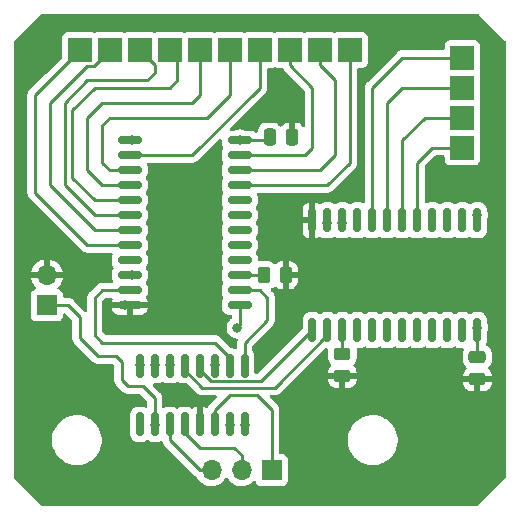
<source format=gbr>
%TF.GenerationSoftware,KiCad,Pcbnew,(6.0.11-0)*%
%TF.CreationDate,2023-04-24T19:25:08-04:00*%
%TF.ProjectId,ClickerController,436c6963-6b65-4724-936f-6e74726f6c6c,rev?*%
%TF.SameCoordinates,Original*%
%TF.FileFunction,Copper,L1,Top*%
%TF.FilePolarity,Positive*%
%FSLAX46Y46*%
G04 Gerber Fmt 4.6, Leading zero omitted, Abs format (unit mm)*
G04 Created by KiCad (PCBNEW (6.0.11-0)) date 2023-04-24 19:25:08*
%MOMM*%
%LPD*%
G01*
G04 APERTURE LIST*
G04 Aperture macros list*
%AMRoundRect*
0 Rectangle with rounded corners*
0 $1 Rounding radius*
0 $2 $3 $4 $5 $6 $7 $8 $9 X,Y pos of 4 corners*
0 Add a 4 corners polygon primitive as box body*
4,1,4,$2,$3,$4,$5,$6,$7,$8,$9,$2,$3,0*
0 Add four circle primitives for the rounded corners*
1,1,$1+$1,$2,$3*
1,1,$1+$1,$4,$5*
1,1,$1+$1,$6,$7*
1,1,$1+$1,$8,$9*
0 Add four rect primitives between the rounded corners*
20,1,$1+$1,$2,$3,$4,$5,0*
20,1,$1+$1,$4,$5,$6,$7,0*
20,1,$1+$1,$6,$7,$8,$9,0*
20,1,$1+$1,$8,$9,$2,$3,0*%
G04 Aperture macros list end*
%TA.AperFunction,ComponentPad*%
%ADD10R,1.700000X1.700000*%
%TD*%
%TA.AperFunction,ComponentPad*%
%ADD11O,1.700000X1.700000*%
%TD*%
%TA.AperFunction,SMDPad,CuDef*%
%ADD12RoundRect,0.150000X-0.875000X-0.150000X0.875000X-0.150000X0.875000X0.150000X-0.875000X0.150000X0*%
%TD*%
%TA.AperFunction,SMDPad,CuDef*%
%ADD13R,2.000000X2.000000*%
%TD*%
%TA.AperFunction,SMDPad,CuDef*%
%ADD14RoundRect,0.250000X0.262500X0.450000X-0.262500X0.450000X-0.262500X-0.450000X0.262500X-0.450000X0*%
%TD*%
%TA.AperFunction,SMDPad,CuDef*%
%ADD15RoundRect,0.250000X0.475000X-0.250000X0.475000X0.250000X-0.475000X0.250000X-0.475000X-0.250000X0*%
%TD*%
%TA.AperFunction,SMDPad,CuDef*%
%ADD16RoundRect,0.250000X0.250000X0.475000X-0.250000X0.475000X-0.250000X-0.475000X0.250000X-0.475000X0*%
%TD*%
%TA.AperFunction,SMDPad,CuDef*%
%ADD17RoundRect,0.150000X-0.150000X0.825000X-0.150000X-0.825000X0.150000X-0.825000X0.150000X0.825000X0*%
%TD*%
%TA.AperFunction,SMDPad,CuDef*%
%ADD18RoundRect,0.250000X-0.450000X0.262500X-0.450000X-0.262500X0.450000X-0.262500X0.450000X0.262500X0*%
%TD*%
%TA.AperFunction,SMDPad,CuDef*%
%ADD19RoundRect,0.150000X-0.150000X0.875000X-0.150000X-0.875000X0.150000X-0.875000X0.150000X0.875000X0*%
%TD*%
%TA.AperFunction,ViaPad*%
%ADD20C,0.800000*%
%TD*%
%TA.AperFunction,Conductor*%
%ADD21C,0.250000*%
%TD*%
G04 APERTURE END LIST*
D10*
%TO.P,J2,1,Pin_1*%
%TO.N,SER*%
X153401000Y-96520000D03*
D11*
%TO.P,J2,2,Pin_2*%
%TO.N,RCLK*%
X150861000Y-96520000D03*
%TO.P,J2,3,Pin_3*%
%TO.N,SRCLK*%
X148321000Y-96520000D03*
%TD*%
D12*
%TO.P,U1,1,COM*%
%TO.N,Sig*%
X141400000Y-68580000D03*
%TO.P,U1,2,I7*%
%TO.N,Net-(J3-Pad4)*%
X141400000Y-69850000D03*
%TO.P,U1,3,I6*%
%TO.N,Net-(J3-Pad5)*%
X141400000Y-71120000D03*
%TO.P,U1,4,I5*%
%TO.N,Net-(J3-Pad6)*%
X141400000Y-72390000D03*
%TO.P,U1,5,I4*%
%TO.N,Net-(J3-Pad7)*%
X141400000Y-73660000D03*
%TO.P,U1,6,I3*%
%TO.N,Net-(J3-Pad8)*%
X141400000Y-74930000D03*
%TO.P,U1,7,I2*%
%TO.N,Net-(J3-Pad9)*%
X141400000Y-76200000D03*
%TO.P,U1,8,I1*%
%TO.N,Net-(J3-Pad10)*%
X141400000Y-77470000D03*
%TO.P,U1,9,I0*%
%TO.N,unconnected-(U1-Pad9)*%
X141400000Y-78740000D03*
%TO.P,U1,10,S0*%
%TO.N,Col0*%
X141400000Y-80010000D03*
%TO.P,U1,11,S1*%
%TO.N,Col1*%
X141400000Y-81280000D03*
%TO.P,U1,12,GND*%
%TO.N,GND*%
X141400000Y-82550000D03*
%TO.P,U1,13,S3*%
%TO.N,Col3*%
X150700000Y-82550000D03*
%TO.P,U1,14,S2*%
%TO.N,Col2*%
X150700000Y-81280000D03*
%TO.P,U1,15,~{E}*%
%TO.N,Net-(R2-Pad2)*%
X150700000Y-80010000D03*
%TO.P,U1,16,I15*%
%TO.N,unconnected-(U1-Pad16)*%
X150700000Y-78740000D03*
%TO.P,U1,17,I14*%
%TO.N,unconnected-(U1-Pad17)*%
X150700000Y-77470000D03*
%TO.P,U1,18,I13*%
%TO.N,unconnected-(U1-Pad18)*%
X150700000Y-76200000D03*
%TO.P,U1,19,I12*%
%TO.N,unconnected-(U1-Pad19)*%
X150700000Y-74930000D03*
%TO.P,U1,20,I11*%
%TO.N,unconnected-(U1-Pad20)*%
X150700000Y-73660000D03*
%TO.P,U1,21,I10*%
%TO.N,Net-(J3-Pad1)*%
X150700000Y-72390000D03*
%TO.P,U1,22,I9*%
%TO.N,Net-(J3-Pad2)*%
X150700000Y-71120000D03*
%TO.P,U1,23,I8*%
%TO.N,Net-(J3-Pad3)*%
X150700000Y-69850000D03*
%TO.P,U1,24,VCC*%
%TO.N,5v*%
X150700000Y-68580000D03*
%TD*%
D13*
%TO.P,J3,1,Pin_1*%
%TO.N,Net-(J3-Pad1)*%
X160020000Y-60960000D03*
%TO.P,J3,2,Pin_2*%
%TO.N,Net-(J3-Pad2)*%
X157480000Y-60960000D03*
%TO.P,J3,3,Pin_3*%
%TO.N,Net-(J3-Pad3)*%
X154940000Y-60960000D03*
%TO.P,J3,4,Pin_4*%
%TO.N,Net-(J3-Pad4)*%
X152400000Y-60960000D03*
%TO.P,J3,5,Pin_5*%
%TO.N,Net-(J3-Pad5)*%
X149860000Y-60960000D03*
%TO.P,J3,6,Pin_6*%
%TO.N,Net-(J3-Pad6)*%
X147320000Y-60960000D03*
%TO.P,J3,7,Pin_7*%
%TO.N,Net-(J3-Pad7)*%
X144780000Y-60960000D03*
%TO.P,J3,8,Pin_8*%
%TO.N,Net-(J3-Pad8)*%
X142240000Y-60960000D03*
%TO.P,J3,9,Pin_9*%
%TO.N,Net-(J3-Pad9)*%
X139700000Y-60960000D03*
%TO.P,J3,10,Pin_10*%
%TO.N,Net-(J3-Pad10)*%
X137160000Y-60960000D03*
%TD*%
D14*
%TO.P,R2,1*%
%TO.N,GND*%
X154582500Y-80010000D03*
%TO.P,R2,2*%
%TO.N,Net-(R2-Pad2)*%
X152757500Y-80010000D03*
%TD*%
D13*
%TO.P,J4,1,Pin_1*%
%TO.N,Net-(J4-Pad1)*%
X169545000Y-69215000D03*
%TO.P,J4,2,Pin_2*%
%TO.N,Net-(J4-Pad2)*%
X169545000Y-66675000D03*
%TO.P,J4,3,Pin_3*%
%TO.N,Net-(J4-Pad3)*%
X169545000Y-64135000D03*
%TO.P,J4,4,Pin_4*%
%TO.N,Net-(J4-Pad4)*%
X169545000Y-61595000D03*
%TD*%
D15*
%TO.P,C1,1*%
%TO.N,GND*%
X170815000Y-88834000D03*
%TO.P,C1,2*%
%TO.N,5v*%
X170815000Y-86934000D03*
%TD*%
D16*
%TO.P,C2,1*%
%TO.N,GND*%
X155128000Y-68326000D03*
%TO.P,C2,2*%
%TO.N,5v*%
X153228000Y-68326000D03*
%TD*%
D17*
%TO.P,U3,1,QB*%
%TO.N,Col2*%
X151130000Y-87695000D03*
%TO.P,U3,2,QC*%
%TO.N,Col1*%
X149860000Y-87695000D03*
%TO.P,U3,3,QD*%
%TO.N,Col0*%
X148590000Y-87695000D03*
%TO.P,U3,4,QE*%
%TO.N,Row3*%
X147320000Y-87695000D03*
%TO.P,U3,5,QF*%
%TO.N,Row2*%
X146050000Y-87695000D03*
%TO.P,U3,6,QG*%
%TO.N,Row1*%
X144780000Y-87695000D03*
%TO.P,U3,7,QH*%
%TO.N,Row0*%
X143510000Y-87695000D03*
%TO.P,U3,8,GND*%
%TO.N,GND*%
X142240000Y-87695000D03*
%TO.P,U3,9,QH'*%
%TO.N,unconnected-(U3-Pad9)*%
X142240000Y-92645000D03*
%TO.P,U3,10,~{SRCLR}*%
%TO.N,5v*%
X143510000Y-92645000D03*
%TO.P,U3,11,SRCLK*%
%TO.N,SRCLK*%
X144780000Y-92645000D03*
%TO.P,U3,12,RCLK*%
%TO.N,RCLK*%
X146050000Y-92645000D03*
%TO.P,U3,13,~{OE}*%
%TO.N,GND*%
X147320000Y-92645000D03*
%TO.P,U3,14,SER*%
%TO.N,SER*%
X148590000Y-92645000D03*
%TO.P,U3,15,QA*%
%TO.N,Col3*%
X149860000Y-92645000D03*
%TO.P,U3,16,VCC*%
%TO.N,5v*%
X151130000Y-92645000D03*
%TD*%
D18*
%TO.P,R1,1*%
%TO.N,Net-(R1-Pad1)*%
X159385000Y-86717500D03*
%TO.P,R1,2*%
%TO.N,GND*%
X159385000Y-88542500D03*
%TD*%
D10*
%TO.P,J1,1,Pin_1*%
%TO.N,5v*%
X134366000Y-82555000D03*
D11*
%TO.P,J1,2,Pin_2*%
%TO.N,GND*%
X134366000Y-80015000D03*
%TD*%
D19*
%TO.P,U2,1,COM*%
%TO.N,Sig*%
X170815000Y-75360000D03*
%TO.P,U2,2,I7*%
%TO.N,unconnected-(U2-Pad2)*%
X169545000Y-75360000D03*
%TO.P,U2,3,I6*%
%TO.N,unconnected-(U2-Pad3)*%
X168275000Y-75360000D03*
%TO.P,U2,4,I5*%
%TO.N,unconnected-(U2-Pad4)*%
X167005000Y-75360000D03*
%TO.P,U2,5,I4*%
%TO.N,Net-(J4-Pad1)*%
X165735000Y-75360000D03*
%TO.P,U2,6,I3*%
%TO.N,Net-(J4-Pad2)*%
X164465000Y-75360000D03*
%TO.P,U2,7,I2*%
%TO.N,Net-(J4-Pad3)*%
X163195000Y-75360000D03*
%TO.P,U2,8,I1*%
%TO.N,Net-(J4-Pad4)*%
X161925000Y-75360000D03*
%TO.P,U2,9,I0*%
%TO.N,unconnected-(U2-Pad9)*%
X160655000Y-75360000D03*
%TO.P,U2,10,S0*%
%TO.N,Row0*%
X159385000Y-75360000D03*
%TO.P,U2,11,S1*%
%TO.N,Row1*%
X158115000Y-75360000D03*
%TO.P,U2,12,GND*%
%TO.N,GND*%
X156845000Y-75360000D03*
%TO.P,U2,13,S3*%
%TO.N,Row3*%
X156845000Y-84660000D03*
%TO.P,U2,14,S2*%
%TO.N,Row2*%
X158115000Y-84660000D03*
%TO.P,U2,15,~{E}*%
%TO.N,Net-(R1-Pad1)*%
X159385000Y-84660000D03*
%TO.P,U2,16,I15*%
%TO.N,unconnected-(U2-Pad16)*%
X160655000Y-84660000D03*
%TO.P,U2,17,I14*%
%TO.N,unconnected-(U2-Pad17)*%
X161925000Y-84660000D03*
%TO.P,U2,18,I13*%
%TO.N,unconnected-(U2-Pad18)*%
X163195000Y-84660000D03*
%TO.P,U2,19,I12*%
%TO.N,unconnected-(U2-Pad19)*%
X164465000Y-84660000D03*
%TO.P,U2,20,I11*%
%TO.N,unconnected-(U2-Pad20)*%
X165735000Y-84660000D03*
%TO.P,U2,21,I10*%
%TO.N,unconnected-(U2-Pad21)*%
X167005000Y-84660000D03*
%TO.P,U2,22,I9*%
%TO.N,unconnected-(U2-Pad22)*%
X168275000Y-84660000D03*
%TO.P,U2,23,I8*%
%TO.N,unconnected-(U2-Pad23)*%
X169545000Y-84660000D03*
%TO.P,U2,24,VCC*%
%TO.N,5v*%
X170815000Y-84660000D03*
%TD*%
D20*
%TO.N,GND*%
X145643600Y-90271600D03*
X154305000Y-66675000D03*
X140970000Y-82550000D03*
X142240000Y-87630000D03*
%TO.N,5v*%
X170815000Y-84455000D03*
X151130000Y-92710000D03*
X143510000Y-92710000D03*
X150700000Y-68580000D03*
%TO.N,Col0*%
X148590000Y-87630000D03*
X141605000Y-80010000D03*
%TO.N,Col3*%
X150495000Y-84455000D03*
X149860000Y-92710000D03*
%TO.N,Sig*%
X141605000Y-68580000D03*
X170815000Y-74930000D03*
%TO.N,Row0*%
X159385000Y-75565000D03*
X143510000Y-87630000D03*
%TO.N,Row1*%
X158115000Y-75565000D03*
X144780000Y-87630000D03*
%TD*%
D21*
%TO.N,SER*%
X152146000Y-90170000D02*
X149860000Y-90170000D01*
X153401000Y-91425000D02*
X152146000Y-90170000D01*
X153401000Y-96520000D02*
X153401000Y-91425000D01*
%TO.N,RCLK*%
X150861000Y-96520000D02*
X150861000Y-95235000D01*
X147320000Y-94615000D02*
X146050000Y-93345000D01*
X146050000Y-93345000D02*
X146050000Y-92645000D01*
X150861000Y-95235000D02*
X150241000Y-94615000D01*
X150241000Y-94615000D02*
X147320000Y-94615000D01*
%TO.N,SRCLK*%
X148321000Y-96520000D02*
X147320000Y-96520000D01*
X147320000Y-96520000D02*
X144780000Y-93980000D01*
X144780000Y-93980000D02*
X144780000Y-92645000D01*
%TO.N,SER*%
X149860000Y-90170000D02*
X148590000Y-91440000D01*
X148590000Y-91440000D02*
X148590000Y-92645000D01*
%TO.N,5v*%
X143510000Y-92645000D02*
X143510000Y-90424000D01*
X143510000Y-90424000D02*
X142494000Y-89408000D01*
X137160000Y-83566000D02*
X136149000Y-82555000D01*
X142494000Y-89408000D02*
X141224000Y-89408000D01*
X141224000Y-89408000D02*
X140716000Y-88900000D01*
X140716000Y-87376000D02*
X140208000Y-86868000D01*
X140716000Y-88900000D02*
X140716000Y-87376000D01*
X140208000Y-86868000D02*
X138684000Y-86868000D01*
X138684000Y-86868000D02*
X137160000Y-85344000D01*
X137160000Y-85344000D02*
X137160000Y-83566000D01*
X136149000Y-82555000D02*
X134366000Y-82555000D01*
X152974000Y-68580000D02*
X153228000Y-68326000D01*
X170815000Y-86675000D02*
X170815000Y-84660000D01*
X150700000Y-68580000D02*
X152974000Y-68580000D01*
X143510000Y-92645000D02*
X143510000Y-92710000D01*
%TO.N,Net-(J3-Pad1)*%
X160020000Y-70485000D02*
X160020000Y-60960000D01*
X150700000Y-72390000D02*
X158115000Y-72390000D01*
X158115000Y-72390000D02*
X160020000Y-70485000D01*
%TO.N,Net-(J3-Pad2)*%
X157480000Y-62230000D02*
X157480000Y-60960000D01*
X157480000Y-71120000D02*
X158750000Y-69850000D01*
X158750000Y-63500000D02*
X157480000Y-62230000D01*
X150700000Y-71120000D02*
X157480000Y-71120000D01*
X158750000Y-69850000D02*
X158750000Y-63500000D01*
%TO.N,Net-(J3-Pad3)*%
X156210000Y-69850000D02*
X156845000Y-69215000D01*
X156845000Y-64135000D02*
X154940000Y-62230000D01*
X154940000Y-62230000D02*
X154940000Y-60960000D01*
X150700000Y-69850000D02*
X156210000Y-69850000D01*
X156845000Y-69215000D02*
X156845000Y-64135000D01*
%TO.N,Net-(J3-Pad4)*%
X141400000Y-69850000D02*
X146685000Y-69850000D01*
X152400000Y-64135000D02*
X152400000Y-60960000D01*
X146685000Y-69850000D02*
X152400000Y-64135000D01*
%TO.N,Net-(J3-Pad5)*%
X139065000Y-70485000D02*
X139065000Y-67310000D01*
X141400000Y-71120000D02*
X139700000Y-71120000D01*
X139700000Y-66675000D02*
X147955000Y-66675000D01*
X139065000Y-67310000D02*
X139700000Y-66675000D01*
X147955000Y-66675000D02*
X149860000Y-64770000D01*
X149860000Y-64770000D02*
X149860000Y-60960000D01*
X139700000Y-71120000D02*
X139065000Y-70485000D01*
%TO.N,Net-(J3-Pad6)*%
X139065000Y-72390000D02*
X137795000Y-71120000D01*
X139065000Y-65405000D02*
X146685000Y-65405000D01*
X146685000Y-65405000D02*
X147320000Y-64770000D01*
X147320000Y-64770000D02*
X147320000Y-60960000D01*
X137795000Y-71120000D02*
X137795000Y-66675000D01*
X141400000Y-72390000D02*
X139065000Y-72390000D01*
X137795000Y-66675000D02*
X139065000Y-65405000D01*
%TO.N,Net-(J3-Pad7)*%
X141400000Y-73660000D02*
X138430000Y-73660000D01*
X144780000Y-64135000D02*
X145415000Y-63500000D01*
X145415000Y-63500000D02*
X145415000Y-61595000D01*
X136525000Y-66040000D02*
X138430000Y-64135000D01*
X145415000Y-61595000D02*
X144780000Y-60960000D01*
X138430000Y-64135000D02*
X144780000Y-64135000D01*
X138430000Y-73660000D02*
X136525000Y-71755000D01*
X136525000Y-71755000D02*
X136525000Y-66040000D01*
%TO.N,Net-(J3-Pad8)*%
X135890000Y-72390000D02*
X135890000Y-65405000D01*
X141400000Y-74930000D02*
X138430000Y-74930000D01*
X135890000Y-65405000D02*
X137795000Y-63500000D01*
X138430000Y-74930000D02*
X135890000Y-72390000D01*
X143510000Y-62230000D02*
X142240000Y-60960000D01*
X137795000Y-63500000D02*
X142875000Y-63500000D01*
X143510000Y-62865000D02*
X143510000Y-62230000D01*
X142875000Y-63500000D02*
X143510000Y-62865000D01*
%TO.N,Net-(J3-Pad9)*%
X137740000Y-62285000D02*
X138375000Y-62285000D01*
X134620000Y-65405000D02*
X137740000Y-62285000D01*
X141400000Y-76200000D02*
X138430000Y-76200000D01*
X134620000Y-72390000D02*
X134620000Y-65405000D01*
X138430000Y-76200000D02*
X134620000Y-72390000D01*
X138375000Y-62285000D02*
X139700000Y-60960000D01*
%TO.N,Net-(J3-Pad10)*%
X141400000Y-77470000D02*
X137795000Y-77470000D01*
X133350000Y-64770000D02*
X137160000Y-60960000D01*
X137795000Y-77470000D02*
X133350000Y-73025000D01*
X133350000Y-73025000D02*
X133350000Y-64770000D01*
%TO.N,Net-(J4-Pad1)*%
X165735000Y-75360000D02*
X165735000Y-70485000D01*
X165735000Y-70485000D02*
X167005000Y-69215000D01*
X167005000Y-69215000D02*
X169545000Y-69215000D01*
%TO.N,Net-(J4-Pad2)*%
X166370000Y-66675000D02*
X169545000Y-66675000D01*
X164465000Y-68580000D02*
X166370000Y-66675000D01*
X164465000Y-75360000D02*
X164465000Y-68580000D01*
%TO.N,Net-(J4-Pad3)*%
X164465000Y-64135000D02*
X163195000Y-65405000D01*
X163195000Y-65405000D02*
X163195000Y-75360000D01*
X169545000Y-64135000D02*
X164465000Y-64135000D01*
%TO.N,Net-(J4-Pad4)*%
X161925000Y-75360000D02*
X161925000Y-64135000D01*
X164465000Y-61595000D02*
X169545000Y-61595000D01*
X161925000Y-64135000D02*
X164465000Y-61595000D01*
%TO.N,Net-(R1-Pad1)*%
X159385000Y-84660000D02*
X159385000Y-86805000D01*
%TO.N,Net-(R2-Pad2)*%
X150700000Y-80010000D02*
X152845000Y-80010000D01*
%TO.N,Col1*%
X138430000Y-81915000D02*
X139065000Y-81280000D01*
X139065000Y-81280000D02*
X141400000Y-81280000D01*
X139065000Y-85725000D02*
X138430000Y-85090000D01*
X138430000Y-85090000D02*
X138430000Y-81915000D01*
X148590000Y-85725000D02*
X139065000Y-85725000D01*
X149860000Y-87695000D02*
X149860000Y-86995000D01*
X149860000Y-86995000D02*
X148590000Y-85725000D01*
%TO.N,Col3*%
X150700000Y-84250000D02*
X150495000Y-84455000D01*
X150700000Y-82550000D02*
X150700000Y-84250000D01*
%TO.N,Col2*%
X152400000Y-81280000D02*
X150700000Y-81280000D01*
X151130000Y-85725000D02*
X153035000Y-83820000D01*
X153035000Y-81915000D02*
X152400000Y-81280000D01*
X153035000Y-83820000D02*
X153035000Y-81915000D01*
X151130000Y-87695000D02*
X151130000Y-85725000D01*
%TO.N,Row3*%
X147320000Y-88071751D02*
X148243249Y-88995000D01*
X148243249Y-88995000D02*
X152510000Y-88995000D01*
X147320000Y-87695000D02*
X147320000Y-88071751D01*
X152510000Y-88995000D02*
X156845000Y-84660000D01*
%TO.N,Row2*%
X146050000Y-87695000D02*
X146050000Y-88071751D01*
X147513249Y-89535000D02*
X153670000Y-89535000D01*
X153670000Y-89535000D02*
X158115000Y-85090000D01*
X146050000Y-88071751D02*
X147513249Y-89535000D01*
%TD*%
%TA.AperFunction,Conductor*%
%TO.N,GND*%
G36*
X170958431Y-57932502D02*
G01*
X170979405Y-57949405D01*
X173190595Y-60160595D01*
X173224621Y-60222907D01*
X173227500Y-60249690D01*
X173227500Y-97103310D01*
X173207498Y-97171431D01*
X173190595Y-97192405D01*
X170852405Y-99530595D01*
X170790093Y-99564621D01*
X170763310Y-99567500D01*
X134036690Y-99567500D01*
X133968569Y-99547498D01*
X133947595Y-99530595D01*
X131609405Y-97192405D01*
X131575379Y-97130093D01*
X131572500Y-97103310D01*
X131572500Y-94112703D01*
X134796743Y-94112703D01*
X134797302Y-94116947D01*
X134797302Y-94116951D01*
X134799650Y-94134784D01*
X134834268Y-94397734D01*
X134910129Y-94675036D01*
X134911813Y-94678984D01*
X135015028Y-94920966D01*
X135022923Y-94939476D01*
X135073429Y-95023865D01*
X135161505Y-95171029D01*
X135170561Y-95186161D01*
X135350313Y-95410528D01*
X135441989Y-95497525D01*
X135548575Y-95598671D01*
X135558851Y-95608423D01*
X135792317Y-95776186D01*
X135796112Y-95778195D01*
X135796113Y-95778196D01*
X135817869Y-95789715D01*
X136046392Y-95910712D01*
X136316373Y-96009511D01*
X136597264Y-96070755D01*
X136625841Y-96073004D01*
X136820282Y-96088307D01*
X136820291Y-96088307D01*
X136822739Y-96088500D01*
X136978271Y-96088500D01*
X136980407Y-96088354D01*
X136980418Y-96088354D01*
X137188548Y-96074165D01*
X137188554Y-96074164D01*
X137192825Y-96073873D01*
X137197020Y-96073004D01*
X137197022Y-96073004D01*
X137333584Y-96044723D01*
X137474342Y-96015574D01*
X137745343Y-95919607D01*
X138000812Y-95787750D01*
X138004313Y-95785289D01*
X138004317Y-95785287D01*
X138231979Y-95625283D01*
X138236023Y-95622441D01*
X138338864Y-95526875D01*
X138443479Y-95429661D01*
X138443481Y-95429658D01*
X138446622Y-95426740D01*
X138628713Y-95204268D01*
X138778927Y-94959142D01*
X138851929Y-94792840D01*
X138892757Y-94699830D01*
X138894483Y-94695898D01*
X138973244Y-94419406D01*
X139006543Y-94185431D01*
X139013146Y-94139036D01*
X139013146Y-94139034D01*
X139013751Y-94134784D01*
X139013783Y-94128821D01*
X139015235Y-93851583D01*
X139015235Y-93851576D01*
X139015257Y-93847297D01*
X138977732Y-93562266D01*
X138901871Y-93284964D01*
X138821866Y-93097396D01*
X138790763Y-93024476D01*
X138790761Y-93024472D01*
X138789077Y-93020524D01*
X138704375Y-92878998D01*
X138643643Y-92777521D01*
X138643640Y-92777517D01*
X138641439Y-92773839D01*
X138461687Y-92549472D01*
X138253149Y-92351577D01*
X138019683Y-92183814D01*
X137997843Y-92172250D01*
X137974654Y-92159972D01*
X137765608Y-92049288D01*
X137495627Y-91950489D01*
X137214736Y-91889245D01*
X137183685Y-91886801D01*
X136991718Y-91871693D01*
X136991709Y-91871693D01*
X136989261Y-91871500D01*
X136833729Y-91871500D01*
X136831593Y-91871646D01*
X136831582Y-91871646D01*
X136623452Y-91885835D01*
X136623446Y-91885836D01*
X136619175Y-91886127D01*
X136614980Y-91886996D01*
X136614978Y-91886996D01*
X136478416Y-91915277D01*
X136337658Y-91944426D01*
X136066657Y-92040393D01*
X135811188Y-92172250D01*
X135807687Y-92174711D01*
X135807683Y-92174713D01*
X135797594Y-92181804D01*
X135575977Y-92337559D01*
X135365378Y-92533260D01*
X135183287Y-92755732D01*
X135033073Y-93000858D01*
X134917517Y-93264102D01*
X134838756Y-93540594D01*
X134798249Y-93825216D01*
X134798227Y-93829505D01*
X134798226Y-93829512D01*
X134796765Y-94108417D01*
X134796743Y-94112703D01*
X131572500Y-94112703D01*
X131572500Y-79749183D01*
X133030389Y-79749183D01*
X133031912Y-79757607D01*
X133044292Y-79761000D01*
X134093885Y-79761000D01*
X134109124Y-79756525D01*
X134110329Y-79755135D01*
X134112000Y-79747452D01*
X134112000Y-79742885D01*
X134620000Y-79742885D01*
X134624475Y-79758124D01*
X134625865Y-79759329D01*
X134633548Y-79761000D01*
X135684344Y-79761000D01*
X135697875Y-79757027D01*
X135699180Y-79747947D01*
X135657214Y-79580875D01*
X135653894Y-79571124D01*
X135568972Y-79375814D01*
X135564105Y-79366739D01*
X135448426Y-79187926D01*
X135442136Y-79179757D01*
X135298806Y-79022240D01*
X135291273Y-79015215D01*
X135124139Y-78883222D01*
X135115552Y-78877517D01*
X134929117Y-78774599D01*
X134919705Y-78770369D01*
X134718959Y-78699280D01*
X134708988Y-78696646D01*
X134637837Y-78683972D01*
X134624540Y-78685432D01*
X134620000Y-78699989D01*
X134620000Y-79742885D01*
X134112000Y-79742885D01*
X134112000Y-78698102D01*
X134108082Y-78684758D01*
X134093806Y-78682771D01*
X134055324Y-78688660D01*
X134045288Y-78691051D01*
X133842868Y-78757212D01*
X133833359Y-78761209D01*
X133644463Y-78859542D01*
X133635738Y-78865036D01*
X133465433Y-78992905D01*
X133457726Y-78999748D01*
X133310590Y-79153717D01*
X133304104Y-79161727D01*
X133184098Y-79337649D01*
X133179000Y-79346623D01*
X133089338Y-79539783D01*
X133085775Y-79549470D01*
X133030389Y-79749183D01*
X131572500Y-79749183D01*
X131572500Y-64749943D01*
X132711780Y-64749943D01*
X132712526Y-64757835D01*
X132715941Y-64793961D01*
X132716500Y-64805819D01*
X132716500Y-72946233D01*
X132715973Y-72957416D01*
X132714298Y-72964909D01*
X132714547Y-72972835D01*
X132714547Y-72972836D01*
X132716438Y-73032986D01*
X132716500Y-73036945D01*
X132716500Y-73064856D01*
X132716997Y-73068790D01*
X132716997Y-73068791D01*
X132717005Y-73068856D01*
X132717938Y-73080693D01*
X132719327Y-73124889D01*
X132724978Y-73144339D01*
X132728987Y-73163700D01*
X132731526Y-73183797D01*
X132734445Y-73191168D01*
X132734445Y-73191170D01*
X132747804Y-73224912D01*
X132751649Y-73236142D01*
X132763982Y-73278593D01*
X132768015Y-73285412D01*
X132768017Y-73285417D01*
X132774293Y-73296028D01*
X132782988Y-73313776D01*
X132790448Y-73332617D01*
X132795110Y-73339033D01*
X132795110Y-73339034D01*
X132816436Y-73368387D01*
X132822952Y-73378307D01*
X132839430Y-73406169D01*
X132845458Y-73416362D01*
X132859779Y-73430683D01*
X132872619Y-73445716D01*
X132884528Y-73462107D01*
X132890634Y-73467158D01*
X132918605Y-73490298D01*
X132927384Y-73498288D01*
X137291343Y-77862247D01*
X137298887Y-77870537D01*
X137303000Y-77877018D01*
X137308777Y-77882443D01*
X137352667Y-77923658D01*
X137355509Y-77926413D01*
X137375230Y-77946134D01*
X137378425Y-77948612D01*
X137387447Y-77956318D01*
X137419679Y-77986586D01*
X137426628Y-77990406D01*
X137437432Y-77996346D01*
X137453956Y-78007199D01*
X137469959Y-78019613D01*
X137510543Y-78037176D01*
X137521173Y-78042383D01*
X137559940Y-78063695D01*
X137567617Y-78065666D01*
X137567622Y-78065668D01*
X137579558Y-78068732D01*
X137598266Y-78075137D01*
X137616855Y-78083181D01*
X137624683Y-78084421D01*
X137624690Y-78084423D01*
X137660524Y-78090099D01*
X137672144Y-78092505D01*
X137707289Y-78101528D01*
X137714970Y-78103500D01*
X137735224Y-78103500D01*
X137754934Y-78105051D01*
X137774943Y-78108220D01*
X137782835Y-78107474D01*
X137818961Y-78104059D01*
X137830819Y-78103500D01*
X139826776Y-78103500D01*
X139894897Y-78123502D01*
X139941390Y-78177158D01*
X139951494Y-78247432D01*
X139935231Y-78293636D01*
X139915855Y-78326399D01*
X139869438Y-78486169D01*
X139866500Y-78523498D01*
X139866500Y-78956502D01*
X139869438Y-78993831D01*
X139915855Y-79153601D01*
X140000547Y-79296807D01*
X140003229Y-79299489D01*
X140028502Y-79363861D01*
X140014600Y-79433484D01*
X140004428Y-79449312D01*
X140000547Y-79453193D01*
X139915855Y-79596399D01*
X139869438Y-79756169D01*
X139866500Y-79793498D01*
X139866500Y-80226502D01*
X139869438Y-80263831D01*
X139915855Y-80423601D01*
X139935231Y-80456363D01*
X139952689Y-80525178D01*
X139930172Y-80592509D01*
X139874827Y-80636978D01*
X139826776Y-80646500D01*
X139143768Y-80646500D01*
X139132585Y-80645973D01*
X139125092Y-80644298D01*
X139117166Y-80644547D01*
X139117165Y-80644547D01*
X139057002Y-80646438D01*
X139053044Y-80646500D01*
X139025144Y-80646500D01*
X139021154Y-80647004D01*
X139009320Y-80647936D01*
X138965111Y-80649326D01*
X138957495Y-80651539D01*
X138957493Y-80651539D01*
X138945652Y-80654979D01*
X138926293Y-80658988D01*
X138924983Y-80659154D01*
X138906203Y-80661526D01*
X138898837Y-80664442D01*
X138898831Y-80664444D01*
X138865098Y-80677800D01*
X138853868Y-80681645D01*
X138819017Y-80691770D01*
X138811407Y-80693981D01*
X138804584Y-80698016D01*
X138793966Y-80704295D01*
X138776213Y-80712992D01*
X138768568Y-80716019D01*
X138757383Y-80720448D01*
X138750968Y-80725109D01*
X138721612Y-80746437D01*
X138711695Y-80752951D01*
X138673638Y-80775458D01*
X138659317Y-80789779D01*
X138644284Y-80802619D01*
X138627893Y-80814528D01*
X138601516Y-80846413D01*
X138599712Y-80848593D01*
X138591722Y-80857374D01*
X138037742Y-81411353D01*
X138029463Y-81418887D01*
X138022982Y-81423000D01*
X137976357Y-81472651D01*
X137973602Y-81475493D01*
X137953865Y-81495230D01*
X137951385Y-81498427D01*
X137943682Y-81507447D01*
X137913414Y-81539679D01*
X137909595Y-81546625D01*
X137909593Y-81546628D01*
X137903652Y-81557434D01*
X137892801Y-81573953D01*
X137880386Y-81589959D01*
X137877241Y-81597228D01*
X137877238Y-81597232D01*
X137862826Y-81630537D01*
X137857609Y-81641187D01*
X137836305Y-81679940D01*
X137834334Y-81687615D01*
X137834334Y-81687616D01*
X137831267Y-81699562D01*
X137824863Y-81718266D01*
X137816819Y-81736855D01*
X137815580Y-81744678D01*
X137815577Y-81744688D01*
X137809901Y-81780524D01*
X137807495Y-81792144D01*
X137801599Y-81815111D01*
X137796500Y-81834970D01*
X137796500Y-81855224D01*
X137794949Y-81874934D01*
X137791780Y-81894943D01*
X137792526Y-81902835D01*
X137795941Y-81938961D01*
X137796500Y-81950819D01*
X137796500Y-83002405D01*
X137776498Y-83070526D01*
X137722842Y-83117019D01*
X137652568Y-83127123D01*
X137587988Y-83097629D01*
X137581404Y-83091500D01*
X136652647Y-82162742D01*
X136645113Y-82154463D01*
X136641000Y-82147982D01*
X136591348Y-82101356D01*
X136588507Y-82098602D01*
X136568770Y-82078865D01*
X136565573Y-82076385D01*
X136556551Y-82068680D01*
X136530100Y-82043841D01*
X136524321Y-82038414D01*
X136517375Y-82034595D01*
X136517372Y-82034593D01*
X136506566Y-82028652D01*
X136490047Y-82017801D01*
X136489583Y-82017441D01*
X136474041Y-82005386D01*
X136466772Y-82002241D01*
X136466768Y-82002238D01*
X136433463Y-81987826D01*
X136422813Y-81982609D01*
X136384060Y-81961305D01*
X136364437Y-81956267D01*
X136345734Y-81949863D01*
X136334420Y-81944967D01*
X136334419Y-81944967D01*
X136327145Y-81941819D01*
X136319322Y-81940580D01*
X136319312Y-81940577D01*
X136283476Y-81934901D01*
X136271856Y-81932495D01*
X136236711Y-81923472D01*
X136236710Y-81923472D01*
X136229030Y-81921500D01*
X136208776Y-81921500D01*
X136189065Y-81919949D01*
X136176886Y-81918020D01*
X136169057Y-81916780D01*
X136161165Y-81917526D01*
X136125039Y-81920941D01*
X136113181Y-81921500D01*
X135850500Y-81921500D01*
X135782379Y-81901498D01*
X135735886Y-81847842D01*
X135724500Y-81795500D01*
X135724500Y-81656866D01*
X135717745Y-81594684D01*
X135666615Y-81458295D01*
X135579261Y-81341739D01*
X135462705Y-81254385D01*
X135353711Y-81213525D01*
X135343687Y-81209767D01*
X135286923Y-81167125D01*
X135262223Y-81100564D01*
X135277430Y-81031215D01*
X135298977Y-81002535D01*
X135400052Y-80901812D01*
X135406730Y-80893965D01*
X135531003Y-80721020D01*
X135536313Y-80712183D01*
X135630670Y-80521267D01*
X135634469Y-80511672D01*
X135696377Y-80307910D01*
X135698555Y-80297837D01*
X135699986Y-80286962D01*
X135697775Y-80272778D01*
X135684617Y-80269000D01*
X133049225Y-80269000D01*
X133035694Y-80272973D01*
X133034257Y-80282966D01*
X133064565Y-80417446D01*
X133067645Y-80427275D01*
X133147770Y-80624603D01*
X133152413Y-80633794D01*
X133263694Y-80815388D01*
X133269777Y-80823699D01*
X133409213Y-80984667D01*
X133416577Y-80991879D01*
X133421522Y-80995985D01*
X133461156Y-81054889D01*
X133462653Y-81125870D01*
X133425537Y-81186392D01*
X133385264Y-81210910D01*
X133277705Y-81251232D01*
X133277704Y-81251233D01*
X133269295Y-81254385D01*
X133152739Y-81341739D01*
X133065385Y-81458295D01*
X133014255Y-81594684D01*
X133007500Y-81656866D01*
X133007500Y-83453134D01*
X133014255Y-83515316D01*
X133065385Y-83651705D01*
X133152739Y-83768261D01*
X133269295Y-83855615D01*
X133405684Y-83906745D01*
X133467866Y-83913500D01*
X135264134Y-83913500D01*
X135326316Y-83906745D01*
X135462705Y-83855615D01*
X135579261Y-83768261D01*
X135666615Y-83651705D01*
X135717745Y-83515316D01*
X135724500Y-83453134D01*
X135724500Y-83330595D01*
X135744502Y-83262474D01*
X135798158Y-83215981D01*
X135868432Y-83205877D01*
X135933012Y-83235371D01*
X135939595Y-83241499D01*
X136219494Y-83521399D01*
X136489596Y-83791501D01*
X136523621Y-83853813D01*
X136526500Y-83880596D01*
X136526500Y-85265233D01*
X136525973Y-85276416D01*
X136524298Y-85283909D01*
X136524547Y-85291835D01*
X136524547Y-85291836D01*
X136526438Y-85351986D01*
X136526500Y-85355945D01*
X136526500Y-85383856D01*
X136526997Y-85387790D01*
X136526997Y-85387791D01*
X136527005Y-85387856D01*
X136527938Y-85399693D01*
X136529327Y-85443889D01*
X136534978Y-85463339D01*
X136538987Y-85482700D01*
X136541526Y-85502797D01*
X136544445Y-85510168D01*
X136544445Y-85510170D01*
X136557804Y-85543912D01*
X136561649Y-85555142D01*
X136573982Y-85597593D01*
X136578015Y-85604412D01*
X136578017Y-85604417D01*
X136584293Y-85615028D01*
X136592988Y-85632776D01*
X136600448Y-85651617D01*
X136605110Y-85658033D01*
X136605110Y-85658034D01*
X136626436Y-85687387D01*
X136632952Y-85697307D01*
X136655458Y-85735362D01*
X136669779Y-85749683D01*
X136682619Y-85764716D01*
X136694528Y-85781107D01*
X136700634Y-85786158D01*
X136728605Y-85809298D01*
X136737384Y-85817288D01*
X138180343Y-87260247D01*
X138187887Y-87268537D01*
X138192000Y-87275018D01*
X138197777Y-87280443D01*
X138241667Y-87321658D01*
X138244509Y-87324413D01*
X138264230Y-87344134D01*
X138267425Y-87346612D01*
X138276447Y-87354318D01*
X138308679Y-87384586D01*
X138315628Y-87388406D01*
X138326432Y-87394346D01*
X138342956Y-87405199D01*
X138358959Y-87417613D01*
X138399543Y-87435176D01*
X138410173Y-87440383D01*
X138448940Y-87461695D01*
X138456617Y-87463666D01*
X138456622Y-87463668D01*
X138468558Y-87466732D01*
X138487266Y-87473137D01*
X138505855Y-87481181D01*
X138513680Y-87482420D01*
X138513682Y-87482421D01*
X138549519Y-87488097D01*
X138561140Y-87490504D01*
X138596289Y-87499528D01*
X138603970Y-87501500D01*
X138624231Y-87501500D01*
X138643940Y-87503051D01*
X138663943Y-87506219D01*
X138671835Y-87505473D01*
X138677062Y-87504979D01*
X138707954Y-87502059D01*
X138719811Y-87501500D01*
X139893406Y-87501500D01*
X139961527Y-87521502D01*
X139982501Y-87538405D01*
X140045595Y-87601499D01*
X140079621Y-87663811D01*
X140082500Y-87690594D01*
X140082500Y-88821233D01*
X140081973Y-88832416D01*
X140080298Y-88839909D01*
X140080547Y-88847835D01*
X140080547Y-88847836D01*
X140082438Y-88907986D01*
X140082500Y-88911945D01*
X140082500Y-88939856D01*
X140082997Y-88943790D01*
X140082997Y-88943791D01*
X140083005Y-88943856D01*
X140083938Y-88955693D01*
X140085327Y-88999889D01*
X140090978Y-89019339D01*
X140094987Y-89038700D01*
X140097526Y-89058797D01*
X140100445Y-89066168D01*
X140100445Y-89066170D01*
X140113804Y-89099912D01*
X140117649Y-89111142D01*
X140122879Y-89129145D01*
X140129982Y-89153593D01*
X140134015Y-89160412D01*
X140134017Y-89160417D01*
X140140293Y-89171028D01*
X140148988Y-89188776D01*
X140156448Y-89207617D01*
X140161110Y-89214033D01*
X140161110Y-89214034D01*
X140182436Y-89243387D01*
X140188952Y-89253307D01*
X140206614Y-89283171D01*
X140211458Y-89291362D01*
X140225779Y-89305683D01*
X140238619Y-89320716D01*
X140250528Y-89337107D01*
X140256634Y-89342158D01*
X140284605Y-89365298D01*
X140293384Y-89373288D01*
X140720343Y-89800247D01*
X140727887Y-89808537D01*
X140732000Y-89815018D01*
X140737777Y-89820443D01*
X140781667Y-89861658D01*
X140784509Y-89864413D01*
X140804230Y-89884134D01*
X140807425Y-89886612D01*
X140816447Y-89894318D01*
X140848679Y-89924586D01*
X140855628Y-89928406D01*
X140866432Y-89934346D01*
X140882956Y-89945199D01*
X140898959Y-89957613D01*
X140939543Y-89975176D01*
X140950173Y-89980383D01*
X140988940Y-90001695D01*
X140996617Y-90003666D01*
X140996622Y-90003668D01*
X141008558Y-90006732D01*
X141027266Y-90013137D01*
X141045855Y-90021181D01*
X141053680Y-90022420D01*
X141053682Y-90022421D01*
X141089519Y-90028097D01*
X141101140Y-90030504D01*
X141136044Y-90039465D01*
X141143970Y-90041500D01*
X141164231Y-90041500D01*
X141183940Y-90043051D01*
X141203943Y-90046219D01*
X141211835Y-90045473D01*
X141217062Y-90044979D01*
X141247954Y-90042059D01*
X141259811Y-90041500D01*
X142179405Y-90041500D01*
X142247526Y-90061502D01*
X142268501Y-90078405D01*
X142839596Y-90649501D01*
X142873621Y-90711813D01*
X142876500Y-90738596D01*
X142876500Y-91121776D01*
X142856498Y-91189897D01*
X142802842Y-91236390D01*
X142732568Y-91246494D01*
X142686364Y-91230231D01*
X142653601Y-91210855D01*
X142645990Y-91208644D01*
X142645988Y-91208643D01*
X142558142Y-91183122D01*
X142493831Y-91164438D01*
X142487426Y-91163934D01*
X142487421Y-91163933D01*
X142458958Y-91161693D01*
X142458950Y-91161693D01*
X142456502Y-91161500D01*
X142023498Y-91161500D01*
X142021050Y-91161693D01*
X142021042Y-91161693D01*
X141992579Y-91163933D01*
X141992574Y-91163934D01*
X141986169Y-91164438D01*
X141921858Y-91183122D01*
X141834012Y-91208643D01*
X141834010Y-91208644D01*
X141826399Y-91210855D01*
X141802332Y-91225088D01*
X141690020Y-91291509D01*
X141690017Y-91291511D01*
X141683193Y-91295547D01*
X141565547Y-91413193D01*
X141561511Y-91420017D01*
X141561509Y-91420020D01*
X141497893Y-91527589D01*
X141480855Y-91556399D01*
X141434438Y-91716169D01*
X141431500Y-91753498D01*
X141431500Y-93536502D01*
X141431693Y-93538950D01*
X141431693Y-93538958D01*
X141433863Y-93566522D01*
X141434438Y-93573831D01*
X141480855Y-93733601D01*
X141484892Y-93740427D01*
X141561509Y-93869980D01*
X141561511Y-93869983D01*
X141565547Y-93876807D01*
X141683193Y-93994453D01*
X141690017Y-93998489D01*
X141690020Y-93998491D01*
X141785241Y-94054804D01*
X141826399Y-94079145D01*
X141834010Y-94081356D01*
X141834012Y-94081357D01*
X141886231Y-94096528D01*
X141986169Y-94125562D01*
X141992574Y-94126066D01*
X141992579Y-94126067D01*
X142021042Y-94128307D01*
X142021050Y-94128307D01*
X142023498Y-94128500D01*
X142456502Y-94128500D01*
X142458950Y-94128307D01*
X142458958Y-94128307D01*
X142487421Y-94126067D01*
X142487426Y-94126066D01*
X142493831Y-94125562D01*
X142593769Y-94096528D01*
X142645988Y-94081357D01*
X142645990Y-94081356D01*
X142653601Y-94079145D01*
X142796807Y-93994453D01*
X142799489Y-93991771D01*
X142863861Y-93966498D01*
X142933484Y-93980400D01*
X142949312Y-93990572D01*
X142953193Y-93994453D01*
X143096399Y-94079145D01*
X143104010Y-94081356D01*
X143104012Y-94081357D01*
X143156231Y-94096528D01*
X143256169Y-94125562D01*
X143262574Y-94126066D01*
X143262579Y-94126067D01*
X143291042Y-94128307D01*
X143291050Y-94128307D01*
X143293498Y-94128500D01*
X143726502Y-94128500D01*
X143728950Y-94128307D01*
X143728958Y-94128307D01*
X143757421Y-94126067D01*
X143757426Y-94126066D01*
X143763831Y-94125562D01*
X143863769Y-94096528D01*
X143915988Y-94081357D01*
X143915990Y-94081356D01*
X143923601Y-94079145D01*
X143973310Y-94049747D01*
X144042123Y-94032288D01*
X144109455Y-94054804D01*
X144153924Y-94110149D01*
X144159489Y-94126867D01*
X144160532Y-94130930D01*
X144161526Y-94138797D01*
X144164443Y-94146165D01*
X144164445Y-94146172D01*
X144177804Y-94179912D01*
X144181649Y-94191142D01*
X144187264Y-94210468D01*
X144193982Y-94233593D01*
X144198015Y-94240412D01*
X144198017Y-94240417D01*
X144204293Y-94251028D01*
X144212988Y-94268776D01*
X144220448Y-94287617D01*
X144225110Y-94294033D01*
X144225110Y-94294034D01*
X144246436Y-94323387D01*
X144252952Y-94333307D01*
X144275458Y-94371362D01*
X144289779Y-94385683D01*
X144302619Y-94400716D01*
X144314528Y-94417107D01*
X144320634Y-94422158D01*
X144348605Y-94445298D01*
X144357384Y-94453288D01*
X146816343Y-96912247D01*
X146823887Y-96920537D01*
X146828000Y-96927018D01*
X146833777Y-96932443D01*
X146877667Y-96973658D01*
X146880509Y-96976413D01*
X146900230Y-96996134D01*
X146903425Y-96998612D01*
X146912447Y-97006318D01*
X146944679Y-97036586D01*
X146951628Y-97040406D01*
X146962432Y-97046346D01*
X146978956Y-97057199D01*
X146994959Y-97069613D01*
X147035543Y-97087176D01*
X147046181Y-97092387D01*
X147065473Y-97102993D01*
X147112206Y-97147573D01*
X147220987Y-97325088D01*
X147367250Y-97493938D01*
X147539126Y-97636632D01*
X147732000Y-97749338D01*
X147940692Y-97829030D01*
X147945760Y-97830061D01*
X147945763Y-97830062D01*
X148053017Y-97851883D01*
X148159597Y-97873567D01*
X148164772Y-97873757D01*
X148164774Y-97873757D01*
X148377673Y-97881564D01*
X148377677Y-97881564D01*
X148382837Y-97881753D01*
X148387957Y-97881097D01*
X148387959Y-97881097D01*
X148599288Y-97854025D01*
X148599289Y-97854025D01*
X148604416Y-97853368D01*
X148609366Y-97851883D01*
X148813429Y-97790661D01*
X148813434Y-97790659D01*
X148818384Y-97789174D01*
X149018994Y-97690896D01*
X149200860Y-97561173D01*
X149359096Y-97403489D01*
X149489453Y-97222077D01*
X149490776Y-97223028D01*
X149537645Y-97179857D01*
X149607580Y-97167625D01*
X149673026Y-97195144D01*
X149700875Y-97226994D01*
X149760987Y-97325088D01*
X149907250Y-97493938D01*
X150079126Y-97636632D01*
X150272000Y-97749338D01*
X150480692Y-97829030D01*
X150485760Y-97830061D01*
X150485763Y-97830062D01*
X150593017Y-97851883D01*
X150699597Y-97873567D01*
X150704772Y-97873757D01*
X150704774Y-97873757D01*
X150917673Y-97881564D01*
X150917677Y-97881564D01*
X150922837Y-97881753D01*
X150927957Y-97881097D01*
X150927959Y-97881097D01*
X151139288Y-97854025D01*
X151139289Y-97854025D01*
X151144416Y-97853368D01*
X151149366Y-97851883D01*
X151353429Y-97790661D01*
X151353434Y-97790659D01*
X151358384Y-97789174D01*
X151558994Y-97690896D01*
X151740860Y-97561173D01*
X151849091Y-97453319D01*
X151911462Y-97419404D01*
X151982268Y-97424592D01*
X152039030Y-97467238D01*
X152056012Y-97498341D01*
X152100385Y-97616705D01*
X152187739Y-97733261D01*
X152304295Y-97820615D01*
X152440684Y-97871745D01*
X152502866Y-97878500D01*
X154299134Y-97878500D01*
X154361316Y-97871745D01*
X154497705Y-97820615D01*
X154614261Y-97733261D01*
X154701615Y-97616705D01*
X154752745Y-97480316D01*
X154759500Y-97418134D01*
X154759500Y-95621866D01*
X154752745Y-95559684D01*
X154701615Y-95423295D01*
X154614261Y-95306739D01*
X154497705Y-95219385D01*
X154361316Y-95168255D01*
X154299134Y-95161500D01*
X154160500Y-95161500D01*
X154092379Y-95141498D01*
X154045886Y-95087842D01*
X154034500Y-95035500D01*
X154034500Y-94112703D01*
X159841143Y-94112703D01*
X159841702Y-94116947D01*
X159841702Y-94116951D01*
X159844050Y-94134784D01*
X159878668Y-94397734D01*
X159954529Y-94675036D01*
X159956213Y-94678984D01*
X160059428Y-94920966D01*
X160067323Y-94939476D01*
X160117829Y-95023865D01*
X160205905Y-95171029D01*
X160214961Y-95186161D01*
X160394713Y-95410528D01*
X160486389Y-95497525D01*
X160592975Y-95598671D01*
X160603251Y-95608423D01*
X160836717Y-95776186D01*
X160840512Y-95778195D01*
X160840513Y-95778196D01*
X160862269Y-95789715D01*
X161090792Y-95910712D01*
X161360773Y-96009511D01*
X161641664Y-96070755D01*
X161670241Y-96073004D01*
X161864682Y-96088307D01*
X161864691Y-96088307D01*
X161867139Y-96088500D01*
X162022671Y-96088500D01*
X162024807Y-96088354D01*
X162024818Y-96088354D01*
X162232948Y-96074165D01*
X162232954Y-96074164D01*
X162237225Y-96073873D01*
X162241420Y-96073004D01*
X162241422Y-96073004D01*
X162377984Y-96044723D01*
X162518742Y-96015574D01*
X162789743Y-95919607D01*
X163045212Y-95787750D01*
X163048713Y-95785289D01*
X163048717Y-95785287D01*
X163276379Y-95625283D01*
X163280423Y-95622441D01*
X163383264Y-95526875D01*
X163487879Y-95429661D01*
X163487881Y-95429658D01*
X163491022Y-95426740D01*
X163673113Y-95204268D01*
X163823327Y-94959142D01*
X163896329Y-94792840D01*
X163937157Y-94699830D01*
X163938883Y-94695898D01*
X164017644Y-94419406D01*
X164050943Y-94185431D01*
X164057546Y-94139036D01*
X164057546Y-94139034D01*
X164058151Y-94134784D01*
X164058183Y-94128821D01*
X164059635Y-93851583D01*
X164059635Y-93851576D01*
X164059657Y-93847297D01*
X164022132Y-93562266D01*
X163946271Y-93284964D01*
X163866266Y-93097396D01*
X163835163Y-93024476D01*
X163835161Y-93024472D01*
X163833477Y-93020524D01*
X163748775Y-92878998D01*
X163688043Y-92777521D01*
X163688040Y-92777517D01*
X163685839Y-92773839D01*
X163506087Y-92549472D01*
X163297549Y-92351577D01*
X163064083Y-92183814D01*
X163042243Y-92172250D01*
X163019054Y-92159972D01*
X162810008Y-92049288D01*
X162540027Y-91950489D01*
X162259136Y-91889245D01*
X162228085Y-91886801D01*
X162036118Y-91871693D01*
X162036109Y-91871693D01*
X162033661Y-91871500D01*
X161878129Y-91871500D01*
X161875993Y-91871646D01*
X161875982Y-91871646D01*
X161667852Y-91885835D01*
X161667846Y-91885836D01*
X161663575Y-91886127D01*
X161659380Y-91886996D01*
X161659378Y-91886996D01*
X161522816Y-91915277D01*
X161382058Y-91944426D01*
X161111057Y-92040393D01*
X160855588Y-92172250D01*
X160852087Y-92174711D01*
X160852083Y-92174713D01*
X160841994Y-92181804D01*
X160620377Y-92337559D01*
X160409778Y-92533260D01*
X160227687Y-92755732D01*
X160077473Y-93000858D01*
X159961917Y-93264102D01*
X159883156Y-93540594D01*
X159842649Y-93825216D01*
X159842627Y-93829505D01*
X159842626Y-93829512D01*
X159841165Y-94108417D01*
X159841143Y-94112703D01*
X154034500Y-94112703D01*
X154034500Y-91503767D01*
X154035027Y-91492584D01*
X154036702Y-91485091D01*
X154034657Y-91420020D01*
X154034562Y-91417014D01*
X154034500Y-91413055D01*
X154034500Y-91385144D01*
X154033995Y-91381144D01*
X154033062Y-91369301D01*
X154031922Y-91333030D01*
X154031673Y-91325111D01*
X154026021Y-91305657D01*
X154022013Y-91286300D01*
X154020468Y-91274070D01*
X154020468Y-91274069D01*
X154019474Y-91266203D01*
X154011671Y-91246494D01*
X154003196Y-91225088D01*
X153999351Y-91213858D01*
X153989229Y-91179017D01*
X153989229Y-91179016D01*
X153987018Y-91171407D01*
X153982985Y-91164588D01*
X153982983Y-91164583D01*
X153976707Y-91153972D01*
X153968012Y-91136224D01*
X153960552Y-91117383D01*
X153934564Y-91081613D01*
X153928048Y-91071693D01*
X153909580Y-91040465D01*
X153909578Y-91040462D01*
X153905542Y-91033638D01*
X153891221Y-91019317D01*
X153878380Y-91004283D01*
X153874599Y-90999079D01*
X153866472Y-90987893D01*
X153860368Y-90982843D01*
X153860363Y-90982838D01*
X153832402Y-90959707D01*
X153823621Y-90951717D01*
X153255500Y-90383595D01*
X153221475Y-90321283D01*
X153226540Y-90250467D01*
X153269087Y-90193632D01*
X153335607Y-90168821D01*
X153344596Y-90168500D01*
X153591233Y-90168500D01*
X153602416Y-90169027D01*
X153609909Y-90170702D01*
X153617835Y-90170453D01*
X153617836Y-90170453D01*
X153677986Y-90168562D01*
X153681945Y-90168500D01*
X153709856Y-90168500D01*
X153713791Y-90168003D01*
X153713856Y-90167995D01*
X153725693Y-90167062D01*
X153757951Y-90166048D01*
X153761970Y-90165922D01*
X153769889Y-90165673D01*
X153789343Y-90160021D01*
X153808700Y-90156013D01*
X153820930Y-90154468D01*
X153820931Y-90154468D01*
X153828797Y-90153474D01*
X153836168Y-90150555D01*
X153836170Y-90150555D01*
X153869912Y-90137196D01*
X153881142Y-90133351D01*
X153915983Y-90123229D01*
X153915984Y-90123229D01*
X153923593Y-90121018D01*
X153930412Y-90116985D01*
X153930417Y-90116983D01*
X153941028Y-90110707D01*
X153958776Y-90102012D01*
X153977617Y-90094552D01*
X154013387Y-90068564D01*
X154023307Y-90062048D01*
X154054535Y-90043580D01*
X154054538Y-90043578D01*
X154061362Y-90039542D01*
X154075683Y-90025221D01*
X154090717Y-90012380D01*
X154095095Y-90009199D01*
X154107107Y-90000472D01*
X154135298Y-89966395D01*
X154143288Y-89957616D01*
X155248809Y-88852095D01*
X158177001Y-88852095D01*
X158177338Y-88858614D01*
X158187257Y-88954206D01*
X158190149Y-88967600D01*
X158241588Y-89121784D01*
X158247761Y-89134962D01*
X158333063Y-89272807D01*
X158342099Y-89284208D01*
X158456829Y-89398739D01*
X158468240Y-89407751D01*
X158606243Y-89492816D01*
X158619424Y-89498963D01*
X158773710Y-89550138D01*
X158787086Y-89553005D01*
X158881438Y-89562672D01*
X158887854Y-89563000D01*
X159112885Y-89563000D01*
X159128124Y-89558525D01*
X159129329Y-89557135D01*
X159131000Y-89549452D01*
X159131000Y-89544884D01*
X159639000Y-89544884D01*
X159643475Y-89560123D01*
X159644865Y-89561328D01*
X159652548Y-89562999D01*
X159882095Y-89562999D01*
X159888614Y-89562662D01*
X159984206Y-89552743D01*
X159997600Y-89549851D01*
X160151784Y-89498412D01*
X160164962Y-89492239D01*
X160302807Y-89406937D01*
X160314208Y-89397901D01*
X160428739Y-89283171D01*
X160437751Y-89271760D01*
X160522816Y-89133757D01*
X160524057Y-89131095D01*
X169582001Y-89131095D01*
X169582338Y-89137614D01*
X169592257Y-89233206D01*
X169595149Y-89246600D01*
X169646588Y-89400784D01*
X169652761Y-89413962D01*
X169738063Y-89551807D01*
X169747099Y-89563208D01*
X169861829Y-89677739D01*
X169873240Y-89686751D01*
X170011243Y-89771816D01*
X170024424Y-89777963D01*
X170178710Y-89829138D01*
X170192086Y-89832005D01*
X170286438Y-89841672D01*
X170292854Y-89842000D01*
X170542885Y-89842000D01*
X170558124Y-89837525D01*
X170559329Y-89836135D01*
X170561000Y-89828452D01*
X170561000Y-89823884D01*
X171069000Y-89823884D01*
X171073475Y-89839123D01*
X171074865Y-89840328D01*
X171082548Y-89841999D01*
X171337095Y-89841999D01*
X171343614Y-89841662D01*
X171439206Y-89831743D01*
X171452600Y-89828851D01*
X171606784Y-89777412D01*
X171619962Y-89771239D01*
X171757807Y-89685937D01*
X171769208Y-89676901D01*
X171883739Y-89562171D01*
X171892751Y-89550760D01*
X171977816Y-89412757D01*
X171983963Y-89399576D01*
X172035138Y-89245290D01*
X172038005Y-89231914D01*
X172047672Y-89137562D01*
X172048000Y-89131146D01*
X172048000Y-89106115D01*
X172043525Y-89090876D01*
X172042135Y-89089671D01*
X172034452Y-89088000D01*
X171087115Y-89088000D01*
X171071876Y-89092475D01*
X171070671Y-89093865D01*
X171069000Y-89101548D01*
X171069000Y-89823884D01*
X170561000Y-89823884D01*
X170561000Y-89106115D01*
X170556525Y-89090876D01*
X170555135Y-89089671D01*
X170547452Y-89088000D01*
X169600116Y-89088000D01*
X169584877Y-89092475D01*
X169583672Y-89093865D01*
X169582001Y-89101548D01*
X169582001Y-89131095D01*
X160524057Y-89131095D01*
X160528963Y-89120576D01*
X160580138Y-88966290D01*
X160583005Y-88952914D01*
X160592672Y-88858562D01*
X160593000Y-88852146D01*
X160593000Y-88814615D01*
X160588525Y-88799376D01*
X160587135Y-88798171D01*
X160579452Y-88796500D01*
X159657115Y-88796500D01*
X159641876Y-88800975D01*
X159640671Y-88802365D01*
X159639000Y-88810048D01*
X159639000Y-89544884D01*
X159131000Y-89544884D01*
X159131000Y-88814615D01*
X159126525Y-88799376D01*
X159125135Y-88798171D01*
X159117452Y-88796500D01*
X158195116Y-88796500D01*
X158179877Y-88800975D01*
X158178672Y-88802365D01*
X158177001Y-88810048D01*
X158177001Y-88852095D01*
X155248809Y-88852095D01*
X157870499Y-86230405D01*
X157932811Y-86196379D01*
X157959594Y-86193500D01*
X158058559Y-86193500D01*
X158126680Y-86213502D01*
X158173173Y-86267158D01*
X158183903Y-86332342D01*
X158181702Y-86353824D01*
X158176500Y-86404600D01*
X158176500Y-87030400D01*
X158176837Y-87033646D01*
X158176837Y-87033650D01*
X158183352Y-87096434D01*
X158187474Y-87136166D01*
X158189655Y-87142702D01*
X158189655Y-87142704D01*
X158221314Y-87237598D01*
X158243450Y-87303946D01*
X158336522Y-87454348D01*
X158341704Y-87459521D01*
X158423463Y-87541138D01*
X158457542Y-87603421D01*
X158452539Y-87674241D01*
X158423618Y-87719329D01*
X158341261Y-87801829D01*
X158332249Y-87813240D01*
X158247184Y-87951243D01*
X158241037Y-87964424D01*
X158189862Y-88118710D01*
X158186995Y-88132086D01*
X158177328Y-88226438D01*
X158177000Y-88232855D01*
X158177000Y-88270385D01*
X158181475Y-88285624D01*
X158182865Y-88286829D01*
X158190548Y-88288500D01*
X160574884Y-88288500D01*
X160590123Y-88284025D01*
X160591328Y-88282635D01*
X160592999Y-88274952D01*
X160592999Y-88232905D01*
X160592662Y-88226386D01*
X160582743Y-88130794D01*
X160579851Y-88117400D01*
X160528412Y-87963216D01*
X160522239Y-87950038D01*
X160436937Y-87812193D01*
X160427901Y-87800792D01*
X160346538Y-87719570D01*
X160312459Y-87657287D01*
X160317462Y-87586467D01*
X160346383Y-87541380D01*
X160429130Y-87458488D01*
X160429134Y-87458483D01*
X160434305Y-87453303D01*
X160456305Y-87417613D01*
X160523275Y-87308968D01*
X160523276Y-87308966D01*
X160527115Y-87302738D01*
X160582797Y-87134861D01*
X160593500Y-87030400D01*
X160593500Y-86404600D01*
X160593164Y-86401357D01*
X160593163Y-86401347D01*
X160586020Y-86332503D01*
X160598885Y-86262682D01*
X160647456Y-86210900D01*
X160711347Y-86193500D01*
X160871502Y-86193500D01*
X160873950Y-86193307D01*
X160873958Y-86193307D01*
X160902421Y-86191067D01*
X160902426Y-86191066D01*
X160908831Y-86190562D01*
X161008769Y-86161528D01*
X161060988Y-86146357D01*
X161060990Y-86146356D01*
X161068601Y-86144145D01*
X161211807Y-86059453D01*
X161214489Y-86056771D01*
X161278861Y-86031498D01*
X161348484Y-86045400D01*
X161364312Y-86055572D01*
X161368193Y-86059453D01*
X161511399Y-86144145D01*
X161519010Y-86146356D01*
X161519012Y-86146357D01*
X161571231Y-86161528D01*
X161671169Y-86190562D01*
X161677574Y-86191066D01*
X161677579Y-86191067D01*
X161706042Y-86193307D01*
X161706050Y-86193307D01*
X161708498Y-86193500D01*
X162141502Y-86193500D01*
X162143950Y-86193307D01*
X162143958Y-86193307D01*
X162172421Y-86191067D01*
X162172426Y-86191066D01*
X162178831Y-86190562D01*
X162278769Y-86161528D01*
X162330988Y-86146357D01*
X162330990Y-86146356D01*
X162338601Y-86144145D01*
X162481807Y-86059453D01*
X162484489Y-86056771D01*
X162548861Y-86031498D01*
X162618484Y-86045400D01*
X162634312Y-86055572D01*
X162638193Y-86059453D01*
X162781399Y-86144145D01*
X162789010Y-86146356D01*
X162789012Y-86146357D01*
X162841231Y-86161528D01*
X162941169Y-86190562D01*
X162947574Y-86191066D01*
X162947579Y-86191067D01*
X162976042Y-86193307D01*
X162976050Y-86193307D01*
X162978498Y-86193500D01*
X163411502Y-86193500D01*
X163413950Y-86193307D01*
X163413958Y-86193307D01*
X163442421Y-86191067D01*
X163442426Y-86191066D01*
X163448831Y-86190562D01*
X163548769Y-86161528D01*
X163600988Y-86146357D01*
X163600990Y-86146356D01*
X163608601Y-86144145D01*
X163751807Y-86059453D01*
X163754489Y-86056771D01*
X163818861Y-86031498D01*
X163888484Y-86045400D01*
X163904312Y-86055572D01*
X163908193Y-86059453D01*
X164051399Y-86144145D01*
X164059010Y-86146356D01*
X164059012Y-86146357D01*
X164111231Y-86161528D01*
X164211169Y-86190562D01*
X164217574Y-86191066D01*
X164217579Y-86191067D01*
X164246042Y-86193307D01*
X164246050Y-86193307D01*
X164248498Y-86193500D01*
X164681502Y-86193500D01*
X164683950Y-86193307D01*
X164683958Y-86193307D01*
X164712421Y-86191067D01*
X164712426Y-86191066D01*
X164718831Y-86190562D01*
X164818769Y-86161528D01*
X164870988Y-86146357D01*
X164870990Y-86146356D01*
X164878601Y-86144145D01*
X165021807Y-86059453D01*
X165024489Y-86056771D01*
X165088861Y-86031498D01*
X165158484Y-86045400D01*
X165174312Y-86055572D01*
X165178193Y-86059453D01*
X165321399Y-86144145D01*
X165329010Y-86146356D01*
X165329012Y-86146357D01*
X165381231Y-86161528D01*
X165481169Y-86190562D01*
X165487574Y-86191066D01*
X165487579Y-86191067D01*
X165516042Y-86193307D01*
X165516050Y-86193307D01*
X165518498Y-86193500D01*
X165951502Y-86193500D01*
X165953950Y-86193307D01*
X165953958Y-86193307D01*
X165982421Y-86191067D01*
X165982426Y-86191066D01*
X165988831Y-86190562D01*
X166088769Y-86161528D01*
X166140988Y-86146357D01*
X166140990Y-86146356D01*
X166148601Y-86144145D01*
X166291807Y-86059453D01*
X166294489Y-86056771D01*
X166358861Y-86031498D01*
X166428484Y-86045400D01*
X166444312Y-86055572D01*
X166448193Y-86059453D01*
X166591399Y-86144145D01*
X166599010Y-86146356D01*
X166599012Y-86146357D01*
X166651231Y-86161528D01*
X166751169Y-86190562D01*
X166757574Y-86191066D01*
X166757579Y-86191067D01*
X166786042Y-86193307D01*
X166786050Y-86193307D01*
X166788498Y-86193500D01*
X167221502Y-86193500D01*
X167223950Y-86193307D01*
X167223958Y-86193307D01*
X167252421Y-86191067D01*
X167252426Y-86191066D01*
X167258831Y-86190562D01*
X167358769Y-86161528D01*
X167410988Y-86146357D01*
X167410990Y-86146356D01*
X167418601Y-86144145D01*
X167561807Y-86059453D01*
X167564489Y-86056771D01*
X167628861Y-86031498D01*
X167698484Y-86045400D01*
X167714312Y-86055572D01*
X167718193Y-86059453D01*
X167861399Y-86144145D01*
X167869010Y-86146356D01*
X167869012Y-86146357D01*
X167921231Y-86161528D01*
X168021169Y-86190562D01*
X168027574Y-86191066D01*
X168027579Y-86191067D01*
X168056042Y-86193307D01*
X168056050Y-86193307D01*
X168058498Y-86193500D01*
X168491502Y-86193500D01*
X168493950Y-86193307D01*
X168493958Y-86193307D01*
X168522421Y-86191067D01*
X168522426Y-86191066D01*
X168528831Y-86190562D01*
X168628769Y-86161528D01*
X168680988Y-86146357D01*
X168680990Y-86146356D01*
X168688601Y-86144145D01*
X168831807Y-86059453D01*
X168834489Y-86056771D01*
X168898861Y-86031498D01*
X168968484Y-86045400D01*
X168984312Y-86055572D01*
X168988193Y-86059453D01*
X169131399Y-86144145D01*
X169139010Y-86146356D01*
X169139012Y-86146357D01*
X169191231Y-86161528D01*
X169291169Y-86190562D01*
X169297574Y-86191066D01*
X169297579Y-86191067D01*
X169326042Y-86193307D01*
X169326050Y-86193307D01*
X169328498Y-86193500D01*
X169529269Y-86193500D01*
X169597390Y-86213502D01*
X169643883Y-86267158D01*
X169653987Y-86337432D01*
X169646976Y-86360961D01*
X169647885Y-86361262D01*
X169598126Y-86511283D01*
X169592203Y-86529139D01*
X169581500Y-86633600D01*
X169581500Y-87234400D01*
X169581837Y-87237646D01*
X169581837Y-87237650D01*
X169591029Y-87326237D01*
X169592474Y-87340166D01*
X169648450Y-87507946D01*
X169741522Y-87658348D01*
X169866697Y-87783305D01*
X169871235Y-87786102D01*
X169911824Y-87843353D01*
X169915054Y-87914276D01*
X169879428Y-87975687D01*
X169870932Y-87983062D01*
X169860793Y-87991098D01*
X169746261Y-88105829D01*
X169737249Y-88117240D01*
X169652184Y-88255243D01*
X169646037Y-88268424D01*
X169594862Y-88422710D01*
X169591995Y-88436086D01*
X169582328Y-88530438D01*
X169582000Y-88536855D01*
X169582000Y-88561885D01*
X169586475Y-88577124D01*
X169587865Y-88578329D01*
X169595548Y-88580000D01*
X172029884Y-88580000D01*
X172045123Y-88575525D01*
X172046328Y-88574135D01*
X172047999Y-88566452D01*
X172047999Y-88536905D01*
X172047662Y-88530386D01*
X172037743Y-88434794D01*
X172034851Y-88421400D01*
X171983412Y-88267216D01*
X171977239Y-88254038D01*
X171891937Y-88116193D01*
X171882901Y-88104792D01*
X171768172Y-87990262D01*
X171759238Y-87983206D01*
X171718177Y-87925288D01*
X171714947Y-87854365D01*
X171750574Y-87792954D01*
X171758407Y-87786154D01*
X171764348Y-87782478D01*
X171889305Y-87657303D01*
X171906135Y-87630000D01*
X171978275Y-87512968D01*
X171978276Y-87512966D01*
X171982115Y-87506738D01*
X172037797Y-87338861D01*
X172039091Y-87326237D01*
X172044952Y-87269026D01*
X172048500Y-87234400D01*
X172048500Y-86633600D01*
X172044991Y-86599779D01*
X172038238Y-86534692D01*
X172038237Y-86534688D01*
X172037526Y-86527834D01*
X172011611Y-86450156D01*
X171983868Y-86367002D01*
X171981550Y-86360054D01*
X171888478Y-86209652D01*
X171872105Y-86193307D01*
X171768483Y-86089866D01*
X171763303Y-86084695D01*
X171612738Y-85991885D01*
X171613301Y-85990972D01*
X171565110Y-85948542D01*
X171545648Y-85880265D01*
X171563189Y-85817126D01*
X171565584Y-85813077D01*
X171574145Y-85798601D01*
X171579228Y-85781107D01*
X171606455Y-85687387D01*
X171620562Y-85638831D01*
X171622436Y-85615028D01*
X171623307Y-85603958D01*
X171623307Y-85603950D01*
X171623500Y-85601502D01*
X171623500Y-84905397D01*
X171640380Y-84842398D01*
X171649527Y-84826556D01*
X171708542Y-84644928D01*
X171712266Y-84609501D01*
X171727814Y-84461565D01*
X171728504Y-84455000D01*
X171709983Y-84278783D01*
X171709232Y-84271635D01*
X171709232Y-84271633D01*
X171708542Y-84265072D01*
X171649527Y-84083444D01*
X171640380Y-84067602D01*
X171623500Y-84004603D01*
X171623500Y-83718498D01*
X171620562Y-83681169D01*
X171574145Y-83521399D01*
X171521368Y-83432158D01*
X171493491Y-83385020D01*
X171493489Y-83385017D01*
X171489453Y-83378193D01*
X171371807Y-83260547D01*
X171364983Y-83256511D01*
X171364980Y-83256509D01*
X171235427Y-83179892D01*
X171235428Y-83179892D01*
X171228601Y-83175855D01*
X171220990Y-83173644D01*
X171220988Y-83173643D01*
X171168769Y-83158472D01*
X171068831Y-83129438D01*
X171062426Y-83128934D01*
X171062421Y-83128933D01*
X171033958Y-83126693D01*
X171033950Y-83126693D01*
X171031502Y-83126500D01*
X170598498Y-83126500D01*
X170596050Y-83126693D01*
X170596042Y-83126693D01*
X170567579Y-83128933D01*
X170567574Y-83128934D01*
X170561169Y-83129438D01*
X170461231Y-83158472D01*
X170409012Y-83173643D01*
X170409010Y-83173644D01*
X170401399Y-83175855D01*
X170258193Y-83260547D01*
X170255511Y-83263229D01*
X170191139Y-83288502D01*
X170121516Y-83274600D01*
X170105688Y-83264428D01*
X170101807Y-83260547D01*
X169958601Y-83175855D01*
X169950990Y-83173644D01*
X169950988Y-83173643D01*
X169898769Y-83158472D01*
X169798831Y-83129438D01*
X169792426Y-83128934D01*
X169792421Y-83128933D01*
X169763958Y-83126693D01*
X169763950Y-83126693D01*
X169761502Y-83126500D01*
X169328498Y-83126500D01*
X169326050Y-83126693D01*
X169326042Y-83126693D01*
X169297579Y-83128933D01*
X169297574Y-83128934D01*
X169291169Y-83129438D01*
X169191231Y-83158472D01*
X169139012Y-83173643D01*
X169139010Y-83173644D01*
X169131399Y-83175855D01*
X168988193Y-83260547D01*
X168985511Y-83263229D01*
X168921139Y-83288502D01*
X168851516Y-83274600D01*
X168835688Y-83264428D01*
X168831807Y-83260547D01*
X168688601Y-83175855D01*
X168680990Y-83173644D01*
X168680988Y-83173643D01*
X168628769Y-83158472D01*
X168528831Y-83129438D01*
X168522426Y-83128934D01*
X168522421Y-83128933D01*
X168493958Y-83126693D01*
X168493950Y-83126693D01*
X168491502Y-83126500D01*
X168058498Y-83126500D01*
X168056050Y-83126693D01*
X168056042Y-83126693D01*
X168027579Y-83128933D01*
X168027574Y-83128934D01*
X168021169Y-83129438D01*
X167921231Y-83158472D01*
X167869012Y-83173643D01*
X167869010Y-83173644D01*
X167861399Y-83175855D01*
X167718193Y-83260547D01*
X167715511Y-83263229D01*
X167651139Y-83288502D01*
X167581516Y-83274600D01*
X167565688Y-83264428D01*
X167561807Y-83260547D01*
X167418601Y-83175855D01*
X167410990Y-83173644D01*
X167410988Y-83173643D01*
X167358769Y-83158472D01*
X167258831Y-83129438D01*
X167252426Y-83128934D01*
X167252421Y-83128933D01*
X167223958Y-83126693D01*
X167223950Y-83126693D01*
X167221502Y-83126500D01*
X166788498Y-83126500D01*
X166786050Y-83126693D01*
X166786042Y-83126693D01*
X166757579Y-83128933D01*
X166757574Y-83128934D01*
X166751169Y-83129438D01*
X166651231Y-83158472D01*
X166599012Y-83173643D01*
X166599010Y-83173644D01*
X166591399Y-83175855D01*
X166448193Y-83260547D01*
X166445511Y-83263229D01*
X166381139Y-83288502D01*
X166311516Y-83274600D01*
X166295688Y-83264428D01*
X166291807Y-83260547D01*
X166148601Y-83175855D01*
X166140990Y-83173644D01*
X166140988Y-83173643D01*
X166088769Y-83158472D01*
X165988831Y-83129438D01*
X165982426Y-83128934D01*
X165982421Y-83128933D01*
X165953958Y-83126693D01*
X165953950Y-83126693D01*
X165951502Y-83126500D01*
X165518498Y-83126500D01*
X165516050Y-83126693D01*
X165516042Y-83126693D01*
X165487579Y-83128933D01*
X165487574Y-83128934D01*
X165481169Y-83129438D01*
X165381231Y-83158472D01*
X165329012Y-83173643D01*
X165329010Y-83173644D01*
X165321399Y-83175855D01*
X165178193Y-83260547D01*
X165175511Y-83263229D01*
X165111139Y-83288502D01*
X165041516Y-83274600D01*
X165025688Y-83264428D01*
X165021807Y-83260547D01*
X164878601Y-83175855D01*
X164870990Y-83173644D01*
X164870988Y-83173643D01*
X164818769Y-83158472D01*
X164718831Y-83129438D01*
X164712426Y-83128934D01*
X164712421Y-83128933D01*
X164683958Y-83126693D01*
X164683950Y-83126693D01*
X164681502Y-83126500D01*
X164248498Y-83126500D01*
X164246050Y-83126693D01*
X164246042Y-83126693D01*
X164217579Y-83128933D01*
X164217574Y-83128934D01*
X164211169Y-83129438D01*
X164111231Y-83158472D01*
X164059012Y-83173643D01*
X164059010Y-83173644D01*
X164051399Y-83175855D01*
X163908193Y-83260547D01*
X163905511Y-83263229D01*
X163841139Y-83288502D01*
X163771516Y-83274600D01*
X163755688Y-83264428D01*
X163751807Y-83260547D01*
X163608601Y-83175855D01*
X163600990Y-83173644D01*
X163600988Y-83173643D01*
X163548769Y-83158472D01*
X163448831Y-83129438D01*
X163442426Y-83128934D01*
X163442421Y-83128933D01*
X163413958Y-83126693D01*
X163413950Y-83126693D01*
X163411502Y-83126500D01*
X162978498Y-83126500D01*
X162976050Y-83126693D01*
X162976042Y-83126693D01*
X162947579Y-83128933D01*
X162947574Y-83128934D01*
X162941169Y-83129438D01*
X162841231Y-83158472D01*
X162789012Y-83173643D01*
X162789010Y-83173644D01*
X162781399Y-83175855D01*
X162638193Y-83260547D01*
X162635511Y-83263229D01*
X162571139Y-83288502D01*
X162501516Y-83274600D01*
X162485688Y-83264428D01*
X162481807Y-83260547D01*
X162338601Y-83175855D01*
X162330990Y-83173644D01*
X162330988Y-83173643D01*
X162278769Y-83158472D01*
X162178831Y-83129438D01*
X162172426Y-83128934D01*
X162172421Y-83128933D01*
X162143958Y-83126693D01*
X162143950Y-83126693D01*
X162141502Y-83126500D01*
X161708498Y-83126500D01*
X161706050Y-83126693D01*
X161706042Y-83126693D01*
X161677579Y-83128933D01*
X161677574Y-83128934D01*
X161671169Y-83129438D01*
X161571231Y-83158472D01*
X161519012Y-83173643D01*
X161519010Y-83173644D01*
X161511399Y-83175855D01*
X161368193Y-83260547D01*
X161365511Y-83263229D01*
X161301139Y-83288502D01*
X161231516Y-83274600D01*
X161215688Y-83264428D01*
X161211807Y-83260547D01*
X161068601Y-83175855D01*
X161060990Y-83173644D01*
X161060988Y-83173643D01*
X161008769Y-83158472D01*
X160908831Y-83129438D01*
X160902426Y-83128934D01*
X160902421Y-83128933D01*
X160873958Y-83126693D01*
X160873950Y-83126693D01*
X160871502Y-83126500D01*
X160438498Y-83126500D01*
X160436050Y-83126693D01*
X160436042Y-83126693D01*
X160407579Y-83128933D01*
X160407574Y-83128934D01*
X160401169Y-83129438D01*
X160301231Y-83158472D01*
X160249012Y-83173643D01*
X160249010Y-83173644D01*
X160241399Y-83175855D01*
X160098193Y-83260547D01*
X160095511Y-83263229D01*
X160031139Y-83288502D01*
X159961516Y-83274600D01*
X159945688Y-83264428D01*
X159941807Y-83260547D01*
X159798601Y-83175855D01*
X159790990Y-83173644D01*
X159790988Y-83173643D01*
X159738769Y-83158472D01*
X159638831Y-83129438D01*
X159632426Y-83128934D01*
X159632421Y-83128933D01*
X159603958Y-83126693D01*
X159603950Y-83126693D01*
X159601502Y-83126500D01*
X159168498Y-83126500D01*
X159166050Y-83126693D01*
X159166042Y-83126693D01*
X159137579Y-83128933D01*
X159137574Y-83128934D01*
X159131169Y-83129438D01*
X159031231Y-83158472D01*
X158979012Y-83173643D01*
X158979010Y-83173644D01*
X158971399Y-83175855D01*
X158828193Y-83260547D01*
X158825511Y-83263229D01*
X158761139Y-83288502D01*
X158691516Y-83274600D01*
X158675688Y-83264428D01*
X158671807Y-83260547D01*
X158528601Y-83175855D01*
X158520990Y-83173644D01*
X158520988Y-83173643D01*
X158468769Y-83158472D01*
X158368831Y-83129438D01*
X158362426Y-83128934D01*
X158362421Y-83128933D01*
X158333958Y-83126693D01*
X158333950Y-83126693D01*
X158331502Y-83126500D01*
X157898498Y-83126500D01*
X157896050Y-83126693D01*
X157896042Y-83126693D01*
X157867579Y-83128933D01*
X157867574Y-83128934D01*
X157861169Y-83129438D01*
X157761231Y-83158472D01*
X157709012Y-83173643D01*
X157709010Y-83173644D01*
X157701399Y-83175855D01*
X157558193Y-83260547D01*
X157555511Y-83263229D01*
X157491139Y-83288502D01*
X157421516Y-83274600D01*
X157405688Y-83264428D01*
X157401807Y-83260547D01*
X157258601Y-83175855D01*
X157250990Y-83173644D01*
X157250988Y-83173643D01*
X157198769Y-83158472D01*
X157098831Y-83129438D01*
X157092426Y-83128934D01*
X157092421Y-83128933D01*
X157063958Y-83126693D01*
X157063950Y-83126693D01*
X157061502Y-83126500D01*
X156628498Y-83126500D01*
X156626050Y-83126693D01*
X156626042Y-83126693D01*
X156597579Y-83128933D01*
X156597574Y-83128934D01*
X156591169Y-83129438D01*
X156491231Y-83158472D01*
X156439012Y-83173643D01*
X156439010Y-83173644D01*
X156431399Y-83175855D01*
X156424572Y-83179892D01*
X156424573Y-83179892D01*
X156295020Y-83256509D01*
X156295017Y-83256511D01*
X156288193Y-83260547D01*
X156170547Y-83378193D01*
X156166511Y-83385017D01*
X156166509Y-83385020D01*
X156138632Y-83432158D01*
X156085855Y-83521399D01*
X156039438Y-83681169D01*
X156036500Y-83718498D01*
X156036500Y-84520406D01*
X156016498Y-84588527D01*
X155999595Y-84609501D01*
X152284500Y-88324595D01*
X152222188Y-88358621D01*
X152195405Y-88361500D01*
X152064500Y-88361500D01*
X151996379Y-88341498D01*
X151949886Y-88287842D01*
X151938500Y-88235500D01*
X151938500Y-86803498D01*
X151938307Y-86801042D01*
X151936067Y-86772579D01*
X151936066Y-86772574D01*
X151935562Y-86766169D01*
X151906528Y-86666231D01*
X151891357Y-86614012D01*
X151891356Y-86614010D01*
X151889145Y-86606399D01*
X151847498Y-86535978D01*
X151808491Y-86470020D01*
X151808489Y-86470017D01*
X151804453Y-86463193D01*
X151798845Y-86457585D01*
X151793989Y-86451325D01*
X151795496Y-86450156D01*
X151766379Y-86396833D01*
X151763500Y-86370050D01*
X151763500Y-86039594D01*
X151783502Y-85971473D01*
X151800405Y-85950499D01*
X152613156Y-85137749D01*
X153427253Y-84323652D01*
X153435539Y-84316112D01*
X153442018Y-84312000D01*
X153488644Y-84262348D01*
X153491398Y-84259507D01*
X153511135Y-84239770D01*
X153513615Y-84236573D01*
X153521320Y-84227551D01*
X153546159Y-84201100D01*
X153551586Y-84195321D01*
X153555405Y-84188375D01*
X153555407Y-84188372D01*
X153561348Y-84177566D01*
X153572199Y-84161047D01*
X153579758Y-84151301D01*
X153584614Y-84145041D01*
X153587759Y-84137772D01*
X153587762Y-84137768D01*
X153602174Y-84104463D01*
X153607391Y-84093813D01*
X153628695Y-84055060D01*
X153633733Y-84035437D01*
X153640137Y-84016734D01*
X153645033Y-84005420D01*
X153645033Y-84005419D01*
X153648181Y-83998145D01*
X153649420Y-83990322D01*
X153649423Y-83990312D01*
X153655099Y-83954476D01*
X153657505Y-83942856D01*
X153666528Y-83907711D01*
X153666528Y-83907710D01*
X153668500Y-83900030D01*
X153668500Y-83879776D01*
X153670051Y-83860065D01*
X153671980Y-83847886D01*
X153673220Y-83840057D01*
X153669059Y-83796038D01*
X153668500Y-83784181D01*
X153668500Y-81993768D01*
X153669027Y-81982585D01*
X153670702Y-81975092D01*
X153669567Y-81938961D01*
X153668562Y-81907002D01*
X153668500Y-81903044D01*
X153668500Y-81875144D01*
X153667996Y-81871153D01*
X153667063Y-81859311D01*
X153666989Y-81856933D01*
X153665674Y-81815111D01*
X153660021Y-81795652D01*
X153656012Y-81776293D01*
X153655846Y-81774983D01*
X153653474Y-81756203D01*
X153650558Y-81748837D01*
X153650556Y-81748831D01*
X153637200Y-81715098D01*
X153633355Y-81703868D01*
X153623230Y-81669017D01*
X153623230Y-81669016D01*
X153621019Y-81661407D01*
X153610705Y-81643966D01*
X153602008Y-81626213D01*
X153597472Y-81614758D01*
X153594552Y-81607383D01*
X153568563Y-81571612D01*
X153562047Y-81561692D01*
X153549223Y-81540008D01*
X153539542Y-81523638D01*
X153525221Y-81509317D01*
X153512380Y-81494283D01*
X153505132Y-81484307D01*
X153500472Y-81477893D01*
X153466407Y-81449712D01*
X153457626Y-81441722D01*
X153347432Y-81331527D01*
X153313407Y-81269215D01*
X153318473Y-81198399D01*
X153361019Y-81141563D01*
X153370225Y-81135288D01*
X153488120Y-81062332D01*
X153494348Y-81058478D01*
X153560831Y-80991879D01*
X153581138Y-80971537D01*
X153643421Y-80937458D01*
X153714241Y-80942461D01*
X153759329Y-80971382D01*
X153841829Y-81053739D01*
X153853240Y-81062751D01*
X153991243Y-81147816D01*
X154004424Y-81153963D01*
X154158710Y-81205138D01*
X154172086Y-81208005D01*
X154266438Y-81217672D01*
X154272854Y-81218000D01*
X154310385Y-81218000D01*
X154325624Y-81213525D01*
X154326829Y-81212135D01*
X154328500Y-81204452D01*
X154328500Y-81199884D01*
X154836500Y-81199884D01*
X154840975Y-81215123D01*
X154842365Y-81216328D01*
X154850048Y-81217999D01*
X154892095Y-81217999D01*
X154898614Y-81217662D01*
X154994206Y-81207743D01*
X155007600Y-81204851D01*
X155161784Y-81153412D01*
X155174962Y-81147239D01*
X155312807Y-81061937D01*
X155324208Y-81052901D01*
X155438739Y-80938171D01*
X155447751Y-80926760D01*
X155532816Y-80788757D01*
X155538963Y-80775576D01*
X155590138Y-80621290D01*
X155593005Y-80607914D01*
X155602672Y-80513562D01*
X155603000Y-80507146D01*
X155603000Y-80282115D01*
X155598525Y-80266876D01*
X155597135Y-80265671D01*
X155589452Y-80264000D01*
X154854615Y-80264000D01*
X154839376Y-80268475D01*
X154838171Y-80269865D01*
X154836500Y-80277548D01*
X154836500Y-81199884D01*
X154328500Y-81199884D01*
X154328500Y-79737885D01*
X154836500Y-79737885D01*
X154840975Y-79753124D01*
X154842365Y-79754329D01*
X154850048Y-79756000D01*
X155584884Y-79756000D01*
X155600123Y-79751525D01*
X155601328Y-79750135D01*
X155602999Y-79742452D01*
X155602999Y-79512905D01*
X155602662Y-79506386D01*
X155592743Y-79410794D01*
X155589851Y-79397400D01*
X155538412Y-79243216D01*
X155532239Y-79230038D01*
X155446937Y-79092193D01*
X155437901Y-79080792D01*
X155323171Y-78966261D01*
X155311760Y-78957249D01*
X155173757Y-78872184D01*
X155160576Y-78866037D01*
X155006290Y-78814862D01*
X154992914Y-78811995D01*
X154898562Y-78802328D01*
X154892145Y-78802000D01*
X154854615Y-78802000D01*
X154839376Y-78806475D01*
X154838171Y-78807865D01*
X154836500Y-78815548D01*
X154836500Y-79737885D01*
X154328500Y-79737885D01*
X154328500Y-78820116D01*
X154324025Y-78804877D01*
X154322635Y-78803672D01*
X154314952Y-78802001D01*
X154272905Y-78802001D01*
X154266386Y-78802338D01*
X154170794Y-78812257D01*
X154157400Y-78815149D01*
X154003216Y-78866588D01*
X153990038Y-78872761D01*
X153852193Y-78958063D01*
X153840792Y-78967099D01*
X153759570Y-79048462D01*
X153697287Y-79082541D01*
X153626467Y-79077538D01*
X153581380Y-79048617D01*
X153498488Y-78965870D01*
X153498483Y-78965866D01*
X153493303Y-78960695D01*
X153486501Y-78956502D01*
X153348968Y-78871725D01*
X153348966Y-78871724D01*
X153342738Y-78867885D01*
X153262995Y-78841436D01*
X153181389Y-78814368D01*
X153181387Y-78814368D01*
X153174861Y-78812203D01*
X153168025Y-78811503D01*
X153168022Y-78811502D01*
X153124969Y-78807091D01*
X153070400Y-78801500D01*
X152444600Y-78801500D01*
X152441357Y-78801836D01*
X152441347Y-78801837D01*
X152372503Y-78808980D01*
X152302682Y-78796115D01*
X152250900Y-78747544D01*
X152233500Y-78683653D01*
X152233500Y-78523498D01*
X152230562Y-78486169D01*
X152184145Y-78326399D01*
X152099453Y-78183193D01*
X152096771Y-78180511D01*
X152071498Y-78116139D01*
X152085400Y-78046516D01*
X152095572Y-78030688D01*
X152099453Y-78026807D01*
X152184145Y-77883601D01*
X152187799Y-77871026D01*
X152228767Y-77730008D01*
X152230562Y-77723831D01*
X152233500Y-77686502D01*
X152233500Y-77253498D01*
X152230562Y-77216169D01*
X152184145Y-77056399D01*
X152099453Y-76913193D01*
X152096771Y-76910511D01*
X152071498Y-76846139D01*
X152085400Y-76776516D01*
X152095572Y-76760688D01*
X152099453Y-76756807D01*
X152184145Y-76613601D01*
X152230562Y-76453831D01*
X152233500Y-76416502D01*
X152233500Y-76298984D01*
X156037001Y-76298984D01*
X156037195Y-76303920D01*
X156039430Y-76332336D01*
X156041730Y-76344931D01*
X156084107Y-76490790D01*
X156090352Y-76505221D01*
X156166911Y-76634678D01*
X156176551Y-76647104D01*
X156282896Y-76753449D01*
X156295322Y-76763089D01*
X156424779Y-76839648D01*
X156439210Y-76845893D01*
X156573605Y-76884939D01*
X156587706Y-76884899D01*
X156591000Y-76877630D01*
X156591000Y-76871878D01*
X157099000Y-76871878D01*
X157102973Y-76885409D01*
X157110871Y-76886544D01*
X157250790Y-76845893D01*
X157265221Y-76839648D01*
X157394676Y-76763090D01*
X157402364Y-76757126D01*
X157468449Y-76731179D01*
X157538072Y-76745080D01*
X157554158Y-76755418D01*
X157558193Y-76759453D01*
X157701399Y-76844145D01*
X157709010Y-76846356D01*
X157709012Y-76846357D01*
X157761231Y-76861528D01*
X157861169Y-76890562D01*
X157867574Y-76891066D01*
X157867579Y-76891067D01*
X157896042Y-76893307D01*
X157896050Y-76893307D01*
X157898498Y-76893500D01*
X158331502Y-76893500D01*
X158333950Y-76893307D01*
X158333958Y-76893307D01*
X158362421Y-76891067D01*
X158362426Y-76891066D01*
X158368831Y-76890562D01*
X158468769Y-76861528D01*
X158520988Y-76846357D01*
X158520990Y-76846356D01*
X158528601Y-76844145D01*
X158671807Y-76759453D01*
X158674489Y-76756771D01*
X158738861Y-76731498D01*
X158808484Y-76745400D01*
X158824312Y-76755572D01*
X158828193Y-76759453D01*
X158971399Y-76844145D01*
X158979010Y-76846356D01*
X158979012Y-76846357D01*
X159031231Y-76861528D01*
X159131169Y-76890562D01*
X159137574Y-76891066D01*
X159137579Y-76891067D01*
X159166042Y-76893307D01*
X159166050Y-76893307D01*
X159168498Y-76893500D01*
X159601502Y-76893500D01*
X159603950Y-76893307D01*
X159603958Y-76893307D01*
X159632421Y-76891067D01*
X159632426Y-76891066D01*
X159638831Y-76890562D01*
X159738769Y-76861528D01*
X159790988Y-76846357D01*
X159790990Y-76846356D01*
X159798601Y-76844145D01*
X159941807Y-76759453D01*
X159944489Y-76756771D01*
X160008861Y-76731498D01*
X160078484Y-76745400D01*
X160094312Y-76755572D01*
X160098193Y-76759453D01*
X160241399Y-76844145D01*
X160249010Y-76846356D01*
X160249012Y-76846357D01*
X160301231Y-76861528D01*
X160401169Y-76890562D01*
X160407574Y-76891066D01*
X160407579Y-76891067D01*
X160436042Y-76893307D01*
X160436050Y-76893307D01*
X160438498Y-76893500D01*
X160871502Y-76893500D01*
X160873950Y-76893307D01*
X160873958Y-76893307D01*
X160902421Y-76891067D01*
X160902426Y-76891066D01*
X160908831Y-76890562D01*
X161008769Y-76861528D01*
X161060988Y-76846357D01*
X161060990Y-76846356D01*
X161068601Y-76844145D01*
X161211807Y-76759453D01*
X161214489Y-76756771D01*
X161278861Y-76731498D01*
X161348484Y-76745400D01*
X161364312Y-76755572D01*
X161368193Y-76759453D01*
X161511399Y-76844145D01*
X161519010Y-76846356D01*
X161519012Y-76846357D01*
X161571231Y-76861528D01*
X161671169Y-76890562D01*
X161677574Y-76891066D01*
X161677579Y-76891067D01*
X161706042Y-76893307D01*
X161706050Y-76893307D01*
X161708498Y-76893500D01*
X162141502Y-76893500D01*
X162143950Y-76893307D01*
X162143958Y-76893307D01*
X162172421Y-76891067D01*
X162172426Y-76891066D01*
X162178831Y-76890562D01*
X162278769Y-76861528D01*
X162330988Y-76846357D01*
X162330990Y-76846356D01*
X162338601Y-76844145D01*
X162481807Y-76759453D01*
X162484489Y-76756771D01*
X162548861Y-76731498D01*
X162618484Y-76745400D01*
X162634312Y-76755572D01*
X162638193Y-76759453D01*
X162781399Y-76844145D01*
X162789010Y-76846356D01*
X162789012Y-76846357D01*
X162841231Y-76861528D01*
X162941169Y-76890562D01*
X162947574Y-76891066D01*
X162947579Y-76891067D01*
X162976042Y-76893307D01*
X162976050Y-76893307D01*
X162978498Y-76893500D01*
X163411502Y-76893500D01*
X163413950Y-76893307D01*
X163413958Y-76893307D01*
X163442421Y-76891067D01*
X163442426Y-76891066D01*
X163448831Y-76890562D01*
X163548769Y-76861528D01*
X163600988Y-76846357D01*
X163600990Y-76846356D01*
X163608601Y-76844145D01*
X163751807Y-76759453D01*
X163754489Y-76756771D01*
X163818861Y-76731498D01*
X163888484Y-76745400D01*
X163904312Y-76755572D01*
X163908193Y-76759453D01*
X164051399Y-76844145D01*
X164059010Y-76846356D01*
X164059012Y-76846357D01*
X164111231Y-76861528D01*
X164211169Y-76890562D01*
X164217574Y-76891066D01*
X164217579Y-76891067D01*
X164246042Y-76893307D01*
X164246050Y-76893307D01*
X164248498Y-76893500D01*
X164681502Y-76893500D01*
X164683950Y-76893307D01*
X164683958Y-76893307D01*
X164712421Y-76891067D01*
X164712426Y-76891066D01*
X164718831Y-76890562D01*
X164818769Y-76861528D01*
X164870988Y-76846357D01*
X164870990Y-76846356D01*
X164878601Y-76844145D01*
X165021807Y-76759453D01*
X165024489Y-76756771D01*
X165088861Y-76731498D01*
X165158484Y-76745400D01*
X165174312Y-76755572D01*
X165178193Y-76759453D01*
X165321399Y-76844145D01*
X165329010Y-76846356D01*
X165329012Y-76846357D01*
X165381231Y-76861528D01*
X165481169Y-76890562D01*
X165487574Y-76891066D01*
X165487579Y-76891067D01*
X165516042Y-76893307D01*
X165516050Y-76893307D01*
X165518498Y-76893500D01*
X165951502Y-76893500D01*
X165953950Y-76893307D01*
X165953958Y-76893307D01*
X165982421Y-76891067D01*
X165982426Y-76891066D01*
X165988831Y-76890562D01*
X166088769Y-76861528D01*
X166140988Y-76846357D01*
X166140990Y-76846356D01*
X166148601Y-76844145D01*
X166291807Y-76759453D01*
X166294489Y-76756771D01*
X166358861Y-76731498D01*
X166428484Y-76745400D01*
X166444312Y-76755572D01*
X166448193Y-76759453D01*
X166591399Y-76844145D01*
X166599010Y-76846356D01*
X166599012Y-76846357D01*
X166651231Y-76861528D01*
X166751169Y-76890562D01*
X166757574Y-76891066D01*
X166757579Y-76891067D01*
X166786042Y-76893307D01*
X166786050Y-76893307D01*
X166788498Y-76893500D01*
X167221502Y-76893500D01*
X167223950Y-76893307D01*
X167223958Y-76893307D01*
X167252421Y-76891067D01*
X167252426Y-76891066D01*
X167258831Y-76890562D01*
X167358769Y-76861528D01*
X167410988Y-76846357D01*
X167410990Y-76846356D01*
X167418601Y-76844145D01*
X167561807Y-76759453D01*
X167564489Y-76756771D01*
X167628861Y-76731498D01*
X167698484Y-76745400D01*
X167714312Y-76755572D01*
X167718193Y-76759453D01*
X167861399Y-76844145D01*
X167869010Y-76846356D01*
X167869012Y-76846357D01*
X167921231Y-76861528D01*
X168021169Y-76890562D01*
X168027574Y-76891066D01*
X168027579Y-76891067D01*
X168056042Y-76893307D01*
X168056050Y-76893307D01*
X168058498Y-76893500D01*
X168491502Y-76893500D01*
X168493950Y-76893307D01*
X168493958Y-76893307D01*
X168522421Y-76891067D01*
X168522426Y-76891066D01*
X168528831Y-76890562D01*
X168628769Y-76861528D01*
X168680988Y-76846357D01*
X168680990Y-76846356D01*
X168688601Y-76844145D01*
X168831807Y-76759453D01*
X168834489Y-76756771D01*
X168898861Y-76731498D01*
X168968484Y-76745400D01*
X168984312Y-76755572D01*
X168988193Y-76759453D01*
X169131399Y-76844145D01*
X169139010Y-76846356D01*
X169139012Y-76846357D01*
X169191231Y-76861528D01*
X169291169Y-76890562D01*
X169297574Y-76891066D01*
X169297579Y-76891067D01*
X169326042Y-76893307D01*
X169326050Y-76893307D01*
X169328498Y-76893500D01*
X169761502Y-76893500D01*
X169763950Y-76893307D01*
X169763958Y-76893307D01*
X169792421Y-76891067D01*
X169792426Y-76891066D01*
X169798831Y-76890562D01*
X169898769Y-76861528D01*
X169950988Y-76846357D01*
X169950990Y-76846356D01*
X169958601Y-76844145D01*
X170101807Y-76759453D01*
X170104489Y-76756771D01*
X170168861Y-76731498D01*
X170238484Y-76745400D01*
X170254312Y-76755572D01*
X170258193Y-76759453D01*
X170401399Y-76844145D01*
X170409010Y-76846356D01*
X170409012Y-76846357D01*
X170461231Y-76861528D01*
X170561169Y-76890562D01*
X170567574Y-76891066D01*
X170567579Y-76891067D01*
X170596042Y-76893307D01*
X170596050Y-76893307D01*
X170598498Y-76893500D01*
X171031502Y-76893500D01*
X171033950Y-76893307D01*
X171033958Y-76893307D01*
X171062421Y-76891067D01*
X171062426Y-76891066D01*
X171068831Y-76890562D01*
X171168769Y-76861528D01*
X171220988Y-76846357D01*
X171220990Y-76846356D01*
X171228601Y-76844145D01*
X171301219Y-76801199D01*
X171364980Y-76763491D01*
X171364983Y-76763489D01*
X171371807Y-76759453D01*
X171489453Y-76641807D01*
X171493489Y-76634983D01*
X171493491Y-76634980D01*
X171570108Y-76505427D01*
X171574145Y-76498601D01*
X171576415Y-76490790D01*
X171618767Y-76345008D01*
X171620562Y-76338831D01*
X171621074Y-76332336D01*
X171623307Y-76303958D01*
X171623307Y-76303950D01*
X171623500Y-76301502D01*
X171623500Y-75380397D01*
X171640380Y-75317398D01*
X171649527Y-75301556D01*
X171708542Y-75119928D01*
X171728504Y-74930000D01*
X171708542Y-74740072D01*
X171649527Y-74558444D01*
X171640380Y-74542602D01*
X171623500Y-74479603D01*
X171623500Y-74418498D01*
X171623307Y-74416042D01*
X171621067Y-74387579D01*
X171621066Y-74387574D01*
X171620562Y-74381169D01*
X171578537Y-74236516D01*
X171576357Y-74229012D01*
X171576356Y-74229010D01*
X171574145Y-74221399D01*
X171557107Y-74192589D01*
X171493491Y-74085020D01*
X171493489Y-74085017D01*
X171489453Y-74078193D01*
X171371807Y-73960547D01*
X171364983Y-73956511D01*
X171364980Y-73956509D01*
X171235427Y-73879892D01*
X171235428Y-73879892D01*
X171228601Y-73875855D01*
X171220990Y-73873644D01*
X171220988Y-73873643D01*
X171133142Y-73848122D01*
X171068831Y-73829438D01*
X171062426Y-73828934D01*
X171062421Y-73828933D01*
X171033958Y-73826693D01*
X171033950Y-73826693D01*
X171031502Y-73826500D01*
X170598498Y-73826500D01*
X170596050Y-73826693D01*
X170596042Y-73826693D01*
X170567579Y-73828933D01*
X170567574Y-73828934D01*
X170561169Y-73829438D01*
X170496858Y-73848122D01*
X170409012Y-73873643D01*
X170409010Y-73873644D01*
X170401399Y-73875855D01*
X170258193Y-73960547D01*
X170255511Y-73963229D01*
X170191139Y-73988502D01*
X170121516Y-73974600D01*
X170105688Y-73964428D01*
X170101807Y-73960547D01*
X169958601Y-73875855D01*
X169950990Y-73873644D01*
X169950988Y-73873643D01*
X169863142Y-73848122D01*
X169798831Y-73829438D01*
X169792426Y-73828934D01*
X169792421Y-73828933D01*
X169763958Y-73826693D01*
X169763950Y-73826693D01*
X169761502Y-73826500D01*
X169328498Y-73826500D01*
X169326050Y-73826693D01*
X169326042Y-73826693D01*
X169297579Y-73828933D01*
X169297574Y-73828934D01*
X169291169Y-73829438D01*
X169226858Y-73848122D01*
X169139012Y-73873643D01*
X169139010Y-73873644D01*
X169131399Y-73875855D01*
X168988193Y-73960547D01*
X168985511Y-73963229D01*
X168921139Y-73988502D01*
X168851516Y-73974600D01*
X168835688Y-73964428D01*
X168831807Y-73960547D01*
X168688601Y-73875855D01*
X168680990Y-73873644D01*
X168680988Y-73873643D01*
X168593142Y-73848122D01*
X168528831Y-73829438D01*
X168522426Y-73828934D01*
X168522421Y-73828933D01*
X168493958Y-73826693D01*
X168493950Y-73826693D01*
X168491502Y-73826500D01*
X168058498Y-73826500D01*
X168056050Y-73826693D01*
X168056042Y-73826693D01*
X168027579Y-73828933D01*
X168027574Y-73828934D01*
X168021169Y-73829438D01*
X167956858Y-73848122D01*
X167869012Y-73873643D01*
X167869010Y-73873644D01*
X167861399Y-73875855D01*
X167718193Y-73960547D01*
X167715511Y-73963229D01*
X167651139Y-73988502D01*
X167581516Y-73974600D01*
X167565688Y-73964428D01*
X167561807Y-73960547D01*
X167418601Y-73875855D01*
X167410990Y-73873644D01*
X167410988Y-73873643D01*
X167323142Y-73848122D01*
X167258831Y-73829438D01*
X167252426Y-73828934D01*
X167252421Y-73828933D01*
X167223958Y-73826693D01*
X167223950Y-73826693D01*
X167221502Y-73826500D01*
X166788498Y-73826500D01*
X166786050Y-73826693D01*
X166786042Y-73826693D01*
X166757579Y-73828933D01*
X166757574Y-73828934D01*
X166751169Y-73829438D01*
X166686858Y-73848122D01*
X166599012Y-73873643D01*
X166599010Y-73873644D01*
X166591399Y-73875855D01*
X166558637Y-73895231D01*
X166489822Y-73912689D01*
X166422491Y-73890172D01*
X166378022Y-73834827D01*
X166368500Y-73786776D01*
X166368500Y-70799594D01*
X166388502Y-70731473D01*
X166405405Y-70710499D01*
X167230499Y-69885405D01*
X167292811Y-69851379D01*
X167319594Y-69848500D01*
X167910500Y-69848500D01*
X167978621Y-69868502D01*
X168025114Y-69922158D01*
X168036500Y-69974500D01*
X168036500Y-70263134D01*
X168043255Y-70325316D01*
X168094385Y-70461705D01*
X168181739Y-70578261D01*
X168298295Y-70665615D01*
X168434684Y-70716745D01*
X168496866Y-70723500D01*
X170593134Y-70723500D01*
X170655316Y-70716745D01*
X170791705Y-70665615D01*
X170908261Y-70578261D01*
X170995615Y-70461705D01*
X171046745Y-70325316D01*
X171053500Y-70263134D01*
X171053500Y-68166866D01*
X171046745Y-68104684D01*
X171003463Y-67989229D01*
X170998280Y-67918423D01*
X171003463Y-67900770D01*
X171046745Y-67785316D01*
X171053500Y-67723134D01*
X171053500Y-65626866D01*
X171046745Y-65564684D01*
X171003463Y-65449229D01*
X170998280Y-65378423D01*
X171003463Y-65360770D01*
X171036120Y-65273657D01*
X171046745Y-65245316D01*
X171053500Y-65183134D01*
X171053500Y-63086866D01*
X171046745Y-63024684D01*
X171003463Y-62909229D01*
X170998280Y-62838423D01*
X171003463Y-62820770D01*
X171029817Y-62750472D01*
X171046745Y-62705316D01*
X171053500Y-62643134D01*
X171053500Y-60546866D01*
X171046745Y-60484684D01*
X170995615Y-60348295D01*
X170908261Y-60231739D01*
X170791705Y-60144385D01*
X170655316Y-60093255D01*
X170593134Y-60086500D01*
X168496866Y-60086500D01*
X168434684Y-60093255D01*
X168298295Y-60144385D01*
X168181739Y-60231739D01*
X168094385Y-60348295D01*
X168043255Y-60484684D01*
X168036500Y-60546866D01*
X168036500Y-60835500D01*
X168016498Y-60903621D01*
X167962842Y-60950114D01*
X167910500Y-60961500D01*
X164543763Y-60961500D01*
X164532579Y-60960973D01*
X164525091Y-60959299D01*
X164517168Y-60959548D01*
X164457033Y-60961438D01*
X164453075Y-60961500D01*
X164425144Y-60961500D01*
X164421229Y-60961995D01*
X164421225Y-60961995D01*
X164421167Y-60962003D01*
X164421138Y-60962006D01*
X164409296Y-60962939D01*
X164365110Y-60964327D01*
X164347744Y-60969372D01*
X164345658Y-60969978D01*
X164326306Y-60973986D01*
X164314068Y-60975532D01*
X164314066Y-60975533D01*
X164306203Y-60976526D01*
X164265086Y-60992806D01*
X164253885Y-60996641D01*
X164211406Y-61008982D01*
X164204587Y-61013015D01*
X164204582Y-61013017D01*
X164193971Y-61019293D01*
X164176221Y-61027990D01*
X164157383Y-61035448D01*
X164150967Y-61040109D01*
X164150966Y-61040110D01*
X164121625Y-61061428D01*
X164111701Y-61067947D01*
X164080460Y-61086422D01*
X164080455Y-61086426D01*
X164073637Y-61090458D01*
X164059313Y-61104782D01*
X164044281Y-61117621D01*
X164027893Y-61129528D01*
X163999712Y-61163593D01*
X163991722Y-61172373D01*
X161532747Y-63631348D01*
X161524461Y-63638888D01*
X161517982Y-63643000D01*
X161512557Y-63648777D01*
X161471357Y-63692651D01*
X161468602Y-63695493D01*
X161448865Y-63715230D01*
X161446385Y-63718427D01*
X161438682Y-63727447D01*
X161408414Y-63759679D01*
X161404595Y-63766625D01*
X161404593Y-63766628D01*
X161398652Y-63777434D01*
X161387801Y-63793953D01*
X161375386Y-63809959D01*
X161372241Y-63817228D01*
X161372238Y-63817232D01*
X161357826Y-63850537D01*
X161352609Y-63861187D01*
X161331305Y-63899940D01*
X161329334Y-63907615D01*
X161329334Y-63907616D01*
X161326267Y-63919562D01*
X161319863Y-63938266D01*
X161311819Y-63956855D01*
X161310580Y-63964678D01*
X161310577Y-63964688D01*
X161304901Y-64000524D01*
X161302495Y-64012144D01*
X161291500Y-64054970D01*
X161291500Y-64075224D01*
X161289949Y-64094934D01*
X161286780Y-64114943D01*
X161287526Y-64122835D01*
X161290941Y-64158961D01*
X161291500Y-64170819D01*
X161291500Y-73786776D01*
X161271498Y-73854897D01*
X161217842Y-73901390D01*
X161147568Y-73911494D01*
X161101364Y-73895231D01*
X161068601Y-73875855D01*
X161060990Y-73873644D01*
X161060988Y-73873643D01*
X160973142Y-73848122D01*
X160908831Y-73829438D01*
X160902426Y-73828934D01*
X160902421Y-73828933D01*
X160873958Y-73826693D01*
X160873950Y-73826693D01*
X160871502Y-73826500D01*
X160438498Y-73826500D01*
X160436050Y-73826693D01*
X160436042Y-73826693D01*
X160407579Y-73828933D01*
X160407574Y-73828934D01*
X160401169Y-73829438D01*
X160336858Y-73848122D01*
X160249012Y-73873643D01*
X160249010Y-73873644D01*
X160241399Y-73875855D01*
X160098193Y-73960547D01*
X160095511Y-73963229D01*
X160031139Y-73988502D01*
X159961516Y-73974600D01*
X159945688Y-73964428D01*
X159941807Y-73960547D01*
X159798601Y-73875855D01*
X159790990Y-73873644D01*
X159790988Y-73873643D01*
X159703142Y-73848122D01*
X159638831Y-73829438D01*
X159632426Y-73828934D01*
X159632421Y-73828933D01*
X159603958Y-73826693D01*
X159603950Y-73826693D01*
X159601502Y-73826500D01*
X159168498Y-73826500D01*
X159166050Y-73826693D01*
X159166042Y-73826693D01*
X159137579Y-73828933D01*
X159137574Y-73828934D01*
X159131169Y-73829438D01*
X159066858Y-73848122D01*
X158979012Y-73873643D01*
X158979010Y-73873644D01*
X158971399Y-73875855D01*
X158828193Y-73960547D01*
X158825511Y-73963229D01*
X158761139Y-73988502D01*
X158691516Y-73974600D01*
X158675688Y-73964428D01*
X158671807Y-73960547D01*
X158528601Y-73875855D01*
X158520990Y-73873644D01*
X158520988Y-73873643D01*
X158433142Y-73848122D01*
X158368831Y-73829438D01*
X158362426Y-73828934D01*
X158362421Y-73828933D01*
X158333958Y-73826693D01*
X158333950Y-73826693D01*
X158331502Y-73826500D01*
X157898498Y-73826500D01*
X157896050Y-73826693D01*
X157896042Y-73826693D01*
X157867579Y-73828933D01*
X157867574Y-73828934D01*
X157861169Y-73829438D01*
X157796858Y-73848122D01*
X157709012Y-73873643D01*
X157709010Y-73873644D01*
X157701399Y-73875855D01*
X157558193Y-73960547D01*
X157555253Y-73963487D01*
X157490729Y-73988821D01*
X157421106Y-73974920D01*
X157402360Y-73962871D01*
X157394677Y-73956911D01*
X157265221Y-73880352D01*
X157250790Y-73874107D01*
X157116395Y-73835061D01*
X157102294Y-73835101D01*
X157099000Y-73842370D01*
X157099000Y-76871878D01*
X156591000Y-76871878D01*
X156591000Y-75632115D01*
X156586525Y-75616876D01*
X156585135Y-75615671D01*
X156577452Y-75614000D01*
X156055116Y-75614000D01*
X156039877Y-75618475D01*
X156038672Y-75619865D01*
X156037001Y-75627548D01*
X156037001Y-76298984D01*
X152233500Y-76298984D01*
X152233500Y-75983498D01*
X152230562Y-75946169D01*
X152184145Y-75786399D01*
X152099453Y-75643193D01*
X152096771Y-75640511D01*
X152071498Y-75576139D01*
X152085400Y-75506516D01*
X152095572Y-75490688D01*
X152099453Y-75486807D01*
X152184145Y-75343601D01*
X152230562Y-75183831D01*
X152233500Y-75146502D01*
X152233500Y-75087885D01*
X156037000Y-75087885D01*
X156041475Y-75103124D01*
X156042865Y-75104329D01*
X156050548Y-75106000D01*
X156572885Y-75106000D01*
X156588124Y-75101525D01*
X156589329Y-75100135D01*
X156591000Y-75092452D01*
X156591000Y-73848122D01*
X156587027Y-73834591D01*
X156579129Y-73833456D01*
X156439210Y-73874107D01*
X156424779Y-73880352D01*
X156295322Y-73956911D01*
X156282896Y-73966551D01*
X156176551Y-74072896D01*
X156166911Y-74085322D01*
X156090352Y-74214779D01*
X156084107Y-74229210D01*
X156041731Y-74375065D01*
X156039430Y-74387667D01*
X156037193Y-74416084D01*
X156037000Y-74421014D01*
X156037000Y-75087885D01*
X152233500Y-75087885D01*
X152233500Y-74713498D01*
X152230562Y-74676169D01*
X152184145Y-74516399D01*
X152099453Y-74373193D01*
X152096771Y-74370511D01*
X152071498Y-74306139D01*
X152085400Y-74236516D01*
X152095572Y-74220688D01*
X152099453Y-74216807D01*
X152184145Y-74073601D01*
X152230562Y-73913831D01*
X152231542Y-73901390D01*
X152233307Y-73878958D01*
X152233307Y-73878950D01*
X152233500Y-73876502D01*
X152233500Y-73443498D01*
X152233307Y-73441042D01*
X152231067Y-73412579D01*
X152231066Y-73412574D01*
X152230562Y-73406169D01*
X152184145Y-73246399D01*
X152164769Y-73213637D01*
X152147311Y-73144822D01*
X152169828Y-73077491D01*
X152225173Y-73033022D01*
X152273224Y-73023500D01*
X158036233Y-73023500D01*
X158047416Y-73024027D01*
X158054909Y-73025702D01*
X158062835Y-73025453D01*
X158062836Y-73025453D01*
X158122986Y-73023562D01*
X158126945Y-73023500D01*
X158154856Y-73023500D01*
X158158791Y-73023003D01*
X158158856Y-73022995D01*
X158170693Y-73022062D01*
X158202951Y-73021048D01*
X158206970Y-73020922D01*
X158214889Y-73020673D01*
X158234343Y-73015021D01*
X158253700Y-73011013D01*
X158265930Y-73009468D01*
X158265931Y-73009468D01*
X158273797Y-73008474D01*
X158281168Y-73005555D01*
X158281170Y-73005555D01*
X158314912Y-72992196D01*
X158326142Y-72988351D01*
X158360983Y-72978229D01*
X158360984Y-72978229D01*
X158368593Y-72976018D01*
X158375412Y-72971985D01*
X158375417Y-72971983D01*
X158386028Y-72965707D01*
X158403776Y-72957012D01*
X158422617Y-72949552D01*
X158458387Y-72923564D01*
X158468307Y-72917048D01*
X158499535Y-72898580D01*
X158499538Y-72898578D01*
X158506362Y-72894542D01*
X158520683Y-72880221D01*
X158535717Y-72867380D01*
X158545694Y-72860131D01*
X158552107Y-72855472D01*
X158580298Y-72821395D01*
X158588288Y-72812616D01*
X160412253Y-70988652D01*
X160420539Y-70981112D01*
X160427018Y-70977000D01*
X160473644Y-70927348D01*
X160476398Y-70924507D01*
X160496135Y-70904770D01*
X160498615Y-70901573D01*
X160506320Y-70892551D01*
X160536586Y-70860321D01*
X160540405Y-70853375D01*
X160540407Y-70853372D01*
X160546348Y-70842566D01*
X160557199Y-70826047D01*
X160564758Y-70816301D01*
X160569614Y-70810041D01*
X160572759Y-70802772D01*
X160572762Y-70802768D01*
X160587174Y-70769463D01*
X160592391Y-70758813D01*
X160613695Y-70720060D01*
X160618733Y-70700437D01*
X160625137Y-70681734D01*
X160630033Y-70670420D01*
X160630033Y-70670419D01*
X160633181Y-70663145D01*
X160634420Y-70655322D01*
X160634423Y-70655312D01*
X160640099Y-70619476D01*
X160642505Y-70607856D01*
X160651528Y-70572711D01*
X160651528Y-70572710D01*
X160653500Y-70565030D01*
X160653500Y-70544776D01*
X160655051Y-70525065D01*
X160656980Y-70512886D01*
X160658220Y-70505057D01*
X160654059Y-70461038D01*
X160653500Y-70449181D01*
X160653500Y-62594500D01*
X160673502Y-62526379D01*
X160727158Y-62479886D01*
X160779500Y-62468500D01*
X161068134Y-62468500D01*
X161130316Y-62461745D01*
X161266705Y-62410615D01*
X161383261Y-62323261D01*
X161470615Y-62206705D01*
X161521745Y-62070316D01*
X161528500Y-62008134D01*
X161528500Y-59911866D01*
X161521745Y-59849684D01*
X161470615Y-59713295D01*
X161383261Y-59596739D01*
X161266705Y-59509385D01*
X161130316Y-59458255D01*
X161068134Y-59451500D01*
X158971866Y-59451500D01*
X158909684Y-59458255D01*
X158794229Y-59501537D01*
X158723423Y-59506720D01*
X158705772Y-59501538D01*
X158590316Y-59458255D01*
X158528134Y-59451500D01*
X156431866Y-59451500D01*
X156369684Y-59458255D01*
X156254229Y-59501537D01*
X156183423Y-59506720D01*
X156165772Y-59501538D01*
X156050316Y-59458255D01*
X155988134Y-59451500D01*
X153891866Y-59451500D01*
X153829684Y-59458255D01*
X153714229Y-59501537D01*
X153643423Y-59506720D01*
X153625772Y-59501538D01*
X153510316Y-59458255D01*
X153448134Y-59451500D01*
X151351866Y-59451500D01*
X151289684Y-59458255D01*
X151174229Y-59501537D01*
X151103423Y-59506720D01*
X151085772Y-59501538D01*
X150970316Y-59458255D01*
X150908134Y-59451500D01*
X148811866Y-59451500D01*
X148749684Y-59458255D01*
X148634229Y-59501537D01*
X148563423Y-59506720D01*
X148545772Y-59501538D01*
X148430316Y-59458255D01*
X148368134Y-59451500D01*
X146271866Y-59451500D01*
X146209684Y-59458255D01*
X146094229Y-59501537D01*
X146023423Y-59506720D01*
X146005772Y-59501538D01*
X145890316Y-59458255D01*
X145828134Y-59451500D01*
X143731866Y-59451500D01*
X143669684Y-59458255D01*
X143554229Y-59501537D01*
X143483423Y-59506720D01*
X143465772Y-59501538D01*
X143350316Y-59458255D01*
X143288134Y-59451500D01*
X141191866Y-59451500D01*
X141129684Y-59458255D01*
X141014229Y-59501537D01*
X140943423Y-59506720D01*
X140925772Y-59501538D01*
X140810316Y-59458255D01*
X140748134Y-59451500D01*
X138651866Y-59451500D01*
X138589684Y-59458255D01*
X138474229Y-59501537D01*
X138403423Y-59506720D01*
X138385772Y-59501538D01*
X138270316Y-59458255D01*
X138208134Y-59451500D01*
X136111866Y-59451500D01*
X136049684Y-59458255D01*
X135913295Y-59509385D01*
X135796739Y-59596739D01*
X135709385Y-59713295D01*
X135658255Y-59849684D01*
X135651500Y-59911866D01*
X135651500Y-61520406D01*
X135631498Y-61588527D01*
X135614595Y-61609501D01*
X134279065Y-62945030D01*
X132957747Y-64266348D01*
X132949461Y-64273888D01*
X132942982Y-64278000D01*
X132937557Y-64283777D01*
X132896357Y-64327651D01*
X132893602Y-64330493D01*
X132873865Y-64350230D01*
X132871385Y-64353427D01*
X132863682Y-64362447D01*
X132833414Y-64394679D01*
X132829595Y-64401625D01*
X132829593Y-64401628D01*
X132823652Y-64412434D01*
X132812801Y-64428953D01*
X132800386Y-64444959D01*
X132797241Y-64452228D01*
X132797238Y-64452232D01*
X132782826Y-64485537D01*
X132777609Y-64496187D01*
X132756305Y-64534940D01*
X132754334Y-64542615D01*
X132754334Y-64542616D01*
X132751267Y-64554562D01*
X132744863Y-64573266D01*
X132736819Y-64591855D01*
X132735580Y-64599678D01*
X132735577Y-64599688D01*
X132729901Y-64635524D01*
X132727495Y-64647144D01*
X132716500Y-64689970D01*
X132716500Y-64710224D01*
X132714949Y-64729934D01*
X132711780Y-64749943D01*
X131572500Y-64749943D01*
X131572500Y-60249690D01*
X131592502Y-60181569D01*
X131609405Y-60160595D01*
X133820595Y-57949405D01*
X133882907Y-57915379D01*
X133909690Y-57912500D01*
X170890310Y-57912500D01*
X170958431Y-57932502D01*
G37*
%TD.AperFunction*%
%TA.AperFunction,Conductor*%
G36*
X145473484Y-89030400D02*
G01*
X145489312Y-89040572D01*
X145493193Y-89044453D01*
X145636399Y-89129145D01*
X145644010Y-89131356D01*
X145644012Y-89131357D01*
X145694356Y-89145983D01*
X145796169Y-89175562D01*
X145802574Y-89176066D01*
X145802579Y-89176067D01*
X145831042Y-89178307D01*
X145831050Y-89178307D01*
X145833498Y-89178500D01*
X146208655Y-89178500D01*
X146276776Y-89198502D01*
X146297750Y-89215405D01*
X147009592Y-89927247D01*
X147017136Y-89935537D01*
X147021249Y-89942018D01*
X147027026Y-89947443D01*
X147070916Y-89988658D01*
X147073758Y-89991413D01*
X147093480Y-90011135D01*
X147096604Y-90013558D01*
X147096608Y-90013562D01*
X147096673Y-90013612D01*
X147105694Y-90021317D01*
X147137928Y-90051586D01*
X147144876Y-90055405D01*
X147144878Y-90055407D01*
X147155681Y-90061346D01*
X147172208Y-90072202D01*
X147181947Y-90079757D01*
X147181949Y-90079758D01*
X147188209Y-90084614D01*
X147228789Y-90102174D01*
X147239437Y-90107391D01*
X147264225Y-90121018D01*
X147278189Y-90128695D01*
X147285865Y-90130666D01*
X147285868Y-90130667D01*
X147297811Y-90133733D01*
X147316516Y-90140137D01*
X147335104Y-90148181D01*
X147342927Y-90149420D01*
X147342937Y-90149423D01*
X147378773Y-90155099D01*
X147390393Y-90157505D01*
X147422208Y-90165673D01*
X147433219Y-90168500D01*
X147453473Y-90168500D01*
X147473183Y-90170051D01*
X147493192Y-90173220D01*
X147501084Y-90172474D01*
X147519829Y-90170702D01*
X147537211Y-90169059D01*
X147549068Y-90168500D01*
X148661405Y-90168500D01*
X148729526Y-90188502D01*
X148776019Y-90242158D01*
X148786123Y-90312432D01*
X148756629Y-90377012D01*
X148750500Y-90383595D01*
X148197747Y-90936348D01*
X148189461Y-90943888D01*
X148182982Y-90948000D01*
X148177557Y-90953777D01*
X148136357Y-90997651D01*
X148133602Y-91000493D01*
X148113865Y-91020230D01*
X148111385Y-91023427D01*
X148103682Y-91032447D01*
X148073414Y-91064679D01*
X148069595Y-91071625D01*
X148069593Y-91071628D01*
X148063652Y-91082434D01*
X148052801Y-91098953D01*
X148040386Y-91114959D01*
X148037241Y-91122228D01*
X148037238Y-91122232D01*
X148022826Y-91155537D01*
X148017609Y-91166187D01*
X147996305Y-91204940D01*
X147996305Y-91204941D01*
X147995571Y-91204537D01*
X147955885Y-91255405D01*
X147888883Y-91278884D01*
X147818264Y-91261505D01*
X147740225Y-91215354D01*
X147725790Y-91209107D01*
X147591395Y-91170061D01*
X147577294Y-91170101D01*
X147574000Y-91177370D01*
X147574000Y-92773000D01*
X147553998Y-92841121D01*
X147500342Y-92887614D01*
X147448000Y-92899000D01*
X147192000Y-92899000D01*
X147123879Y-92878998D01*
X147077386Y-92825342D01*
X147066000Y-92773000D01*
X147066000Y-91183122D01*
X147062027Y-91169591D01*
X147054129Y-91168456D01*
X146914210Y-91209107D01*
X146899779Y-91215352D01*
X146770324Y-91291910D01*
X146762636Y-91297874D01*
X146696551Y-91323821D01*
X146626928Y-91309920D01*
X146610842Y-91299582D01*
X146606807Y-91295547D01*
X146578632Y-91278884D01*
X146487668Y-91225088D01*
X146463601Y-91210855D01*
X146455990Y-91208644D01*
X146455988Y-91208643D01*
X146368142Y-91183122D01*
X146303831Y-91164438D01*
X146297426Y-91163934D01*
X146297421Y-91163933D01*
X146268958Y-91161693D01*
X146268950Y-91161693D01*
X146266502Y-91161500D01*
X145833498Y-91161500D01*
X145831050Y-91161693D01*
X145831042Y-91161693D01*
X145802579Y-91163933D01*
X145802574Y-91163934D01*
X145796169Y-91164438D01*
X145731858Y-91183122D01*
X145644012Y-91208643D01*
X145644010Y-91208644D01*
X145636399Y-91210855D01*
X145493193Y-91295547D01*
X145490511Y-91298229D01*
X145426139Y-91323502D01*
X145356516Y-91309600D01*
X145340688Y-91299428D01*
X145336807Y-91295547D01*
X145193601Y-91210855D01*
X145185990Y-91208644D01*
X145185988Y-91208643D01*
X145098142Y-91183122D01*
X145033831Y-91164438D01*
X145027426Y-91163934D01*
X145027421Y-91163933D01*
X144998958Y-91161693D01*
X144998950Y-91161693D01*
X144996502Y-91161500D01*
X144563498Y-91161500D01*
X144561050Y-91161693D01*
X144561042Y-91161693D01*
X144532579Y-91163933D01*
X144532574Y-91163934D01*
X144526169Y-91164438D01*
X144461858Y-91183122D01*
X144374012Y-91208643D01*
X144374010Y-91208644D01*
X144366399Y-91210855D01*
X144333637Y-91230231D01*
X144264822Y-91247689D01*
X144197491Y-91225172D01*
X144153022Y-91169827D01*
X144143500Y-91121776D01*
X144143500Y-90502767D01*
X144144027Y-90491584D01*
X144145702Y-90484091D01*
X144143562Y-90416000D01*
X144143500Y-90412043D01*
X144143500Y-90384144D01*
X144142996Y-90380153D01*
X144142063Y-90368311D01*
X144140923Y-90332036D01*
X144140674Y-90324111D01*
X144138462Y-90316497D01*
X144138461Y-90316492D01*
X144135023Y-90304659D01*
X144131012Y-90285295D01*
X144129467Y-90273064D01*
X144128474Y-90265203D01*
X144125557Y-90257836D01*
X144125556Y-90257831D01*
X144112198Y-90224092D01*
X144108354Y-90212865D01*
X144098230Y-90178022D01*
X144096018Y-90170407D01*
X144088240Y-90157256D01*
X144085707Y-90152972D01*
X144077012Y-90135224D01*
X144069552Y-90116383D01*
X144043564Y-90080613D01*
X144037048Y-90070693D01*
X144018580Y-90039465D01*
X144018578Y-90039462D01*
X144014542Y-90032638D01*
X144000221Y-90018317D01*
X143987380Y-90003283D01*
X143985338Y-90000472D01*
X143975472Y-89986893D01*
X143969368Y-89981843D01*
X143969363Y-89981838D01*
X143941402Y-89958707D01*
X143932621Y-89950717D01*
X143375500Y-89393595D01*
X143341475Y-89331283D01*
X143346540Y-89260467D01*
X143389087Y-89203632D01*
X143455607Y-89178821D01*
X143464596Y-89178500D01*
X143726502Y-89178500D01*
X143728950Y-89178307D01*
X143728958Y-89178307D01*
X143757421Y-89176067D01*
X143757426Y-89176066D01*
X143763831Y-89175562D01*
X143865644Y-89145983D01*
X143915988Y-89131357D01*
X143915990Y-89131356D01*
X143923601Y-89129145D01*
X144066807Y-89044453D01*
X144069489Y-89041771D01*
X144133861Y-89016498D01*
X144203484Y-89030400D01*
X144219312Y-89040572D01*
X144223193Y-89044453D01*
X144366399Y-89129145D01*
X144374010Y-89131356D01*
X144374012Y-89131357D01*
X144424356Y-89145983D01*
X144526169Y-89175562D01*
X144532574Y-89176066D01*
X144532579Y-89176067D01*
X144561042Y-89178307D01*
X144561050Y-89178307D01*
X144563498Y-89178500D01*
X144996502Y-89178500D01*
X144998950Y-89178307D01*
X144998958Y-89178307D01*
X145027421Y-89176067D01*
X145027426Y-89176066D01*
X145033831Y-89175562D01*
X145135644Y-89145983D01*
X145185988Y-89131357D01*
X145185990Y-89131356D01*
X145193601Y-89129145D01*
X145336807Y-89044453D01*
X145339489Y-89041771D01*
X145403861Y-89016498D01*
X145473484Y-89030400D01*
G37*
%TD.AperFunction*%
%TA.AperFunction,Conductor*%
G36*
X149084532Y-68450538D02*
G01*
X149141368Y-68493085D01*
X149166179Y-68559605D01*
X149166500Y-68568594D01*
X149166500Y-68796502D01*
X149166693Y-68798950D01*
X149166693Y-68798958D01*
X149168859Y-68826473D01*
X149169438Y-68833831D01*
X149215855Y-68993601D01*
X149300547Y-69136807D01*
X149303229Y-69139489D01*
X149328502Y-69203861D01*
X149314600Y-69273484D01*
X149304428Y-69289312D01*
X149300547Y-69293193D01*
X149215855Y-69436399D01*
X149213644Y-69444010D01*
X149213643Y-69444012D01*
X149209867Y-69457009D01*
X149169438Y-69596169D01*
X149168934Y-69602574D01*
X149168933Y-69602579D01*
X149167361Y-69622555D01*
X149166500Y-69633498D01*
X149166500Y-70066502D01*
X149166693Y-70068950D01*
X149166693Y-70068958D01*
X149167961Y-70085060D01*
X149169438Y-70103831D01*
X149215855Y-70263601D01*
X149300547Y-70406807D01*
X149303229Y-70409489D01*
X149328502Y-70473861D01*
X149314600Y-70543484D01*
X149304428Y-70559312D01*
X149300547Y-70563193D01*
X149215855Y-70706399D01*
X149213644Y-70714010D01*
X149213643Y-70714012D01*
X149208570Y-70731473D01*
X149169438Y-70866169D01*
X149168934Y-70872574D01*
X149168933Y-70872579D01*
X149166693Y-70901042D01*
X149166500Y-70903498D01*
X149166500Y-71336502D01*
X149169438Y-71373831D01*
X149215855Y-71533601D01*
X149300547Y-71676807D01*
X149303229Y-71679489D01*
X149328502Y-71743861D01*
X149314600Y-71813484D01*
X149304428Y-71829312D01*
X149300547Y-71833193D01*
X149215855Y-71976399D01*
X149169438Y-72136169D01*
X149166500Y-72173498D01*
X149166500Y-72606502D01*
X149169438Y-72643831D01*
X149215855Y-72803601D01*
X149300547Y-72946807D01*
X149303229Y-72949489D01*
X149328502Y-73013861D01*
X149314600Y-73083484D01*
X149304428Y-73099312D01*
X149300547Y-73103193D01*
X149215855Y-73246399D01*
X149169438Y-73406169D01*
X149168934Y-73412574D01*
X149168933Y-73412579D01*
X149166693Y-73441042D01*
X149166500Y-73443498D01*
X149166500Y-73876502D01*
X149166693Y-73878950D01*
X149166693Y-73878958D01*
X149168459Y-73901390D01*
X149169438Y-73913831D01*
X149215855Y-74073601D01*
X149300547Y-74216807D01*
X149303229Y-74219489D01*
X149328502Y-74283861D01*
X149314600Y-74353484D01*
X149304428Y-74369312D01*
X149300547Y-74373193D01*
X149215855Y-74516399D01*
X149169438Y-74676169D01*
X149166500Y-74713498D01*
X149166500Y-75146502D01*
X149169438Y-75183831D01*
X149215855Y-75343601D01*
X149300547Y-75486807D01*
X149303229Y-75489489D01*
X149328502Y-75553861D01*
X149314600Y-75623484D01*
X149304428Y-75639312D01*
X149300547Y-75643193D01*
X149215855Y-75786399D01*
X149169438Y-75946169D01*
X149166500Y-75983498D01*
X149166500Y-76416502D01*
X149169438Y-76453831D01*
X149215855Y-76613601D01*
X149300547Y-76756807D01*
X149303229Y-76759489D01*
X149328502Y-76823861D01*
X149314600Y-76893484D01*
X149304428Y-76909312D01*
X149300547Y-76913193D01*
X149215855Y-77056399D01*
X149169438Y-77216169D01*
X149166500Y-77253498D01*
X149166500Y-77686502D01*
X149169438Y-77723831D01*
X149171233Y-77730008D01*
X149212202Y-77871026D01*
X149215855Y-77883601D01*
X149300547Y-78026807D01*
X149303229Y-78029489D01*
X149328502Y-78093861D01*
X149314600Y-78163484D01*
X149304428Y-78179312D01*
X149300547Y-78183193D01*
X149215855Y-78326399D01*
X149169438Y-78486169D01*
X149166500Y-78523498D01*
X149166500Y-78956502D01*
X149169438Y-78993831D01*
X149215855Y-79153601D01*
X149300547Y-79296807D01*
X149303229Y-79299489D01*
X149328502Y-79363861D01*
X149314600Y-79433484D01*
X149304428Y-79449312D01*
X149300547Y-79453193D01*
X149215855Y-79596399D01*
X149169438Y-79756169D01*
X149166500Y-79793498D01*
X149166500Y-80226502D01*
X149169438Y-80263831D01*
X149215855Y-80423601D01*
X149300547Y-80566807D01*
X149303229Y-80569489D01*
X149328502Y-80633861D01*
X149314600Y-80703484D01*
X149304428Y-80719312D01*
X149300547Y-80723193D01*
X149215855Y-80866399D01*
X149169438Y-81026169D01*
X149168934Y-81032574D01*
X149168933Y-81032579D01*
X149166895Y-81058478D01*
X149166500Y-81063498D01*
X149166500Y-81496502D01*
X149166693Y-81498950D01*
X149166693Y-81498958D01*
X149168636Y-81523638D01*
X149169438Y-81533831D01*
X149183926Y-81583699D01*
X149209870Y-81672999D01*
X149215855Y-81693601D01*
X149300547Y-81836807D01*
X149303229Y-81839489D01*
X149328502Y-81903861D01*
X149314600Y-81973484D01*
X149304428Y-81989312D01*
X149300547Y-81993193D01*
X149215855Y-82136399D01*
X149213644Y-82144010D01*
X149213643Y-82144012D01*
X149208570Y-82161473D01*
X149169438Y-82296169D01*
X149166500Y-82333498D01*
X149166500Y-82766502D01*
X149169438Y-82803831D01*
X149174541Y-82821395D01*
X149213586Y-82955790D01*
X149215855Y-82963601D01*
X149219892Y-82970427D01*
X149296509Y-83099980D01*
X149296511Y-83099983D01*
X149300547Y-83106807D01*
X149418193Y-83224453D01*
X149425017Y-83228489D01*
X149425020Y-83228491D01*
X149523002Y-83286437D01*
X149561399Y-83309145D01*
X149569010Y-83311356D01*
X149569012Y-83311357D01*
X149621231Y-83326528D01*
X149721169Y-83355562D01*
X149727574Y-83356066D01*
X149727579Y-83356067D01*
X149756042Y-83358307D01*
X149756050Y-83358307D01*
X149758498Y-83358500D01*
X149940500Y-83358500D01*
X150008621Y-83378502D01*
X150055114Y-83432158D01*
X150066500Y-83484500D01*
X150066500Y-83579156D01*
X150046498Y-83647277D01*
X150014561Y-83681092D01*
X149904466Y-83761081D01*
X149883747Y-83776134D01*
X149879326Y-83781044D01*
X149879325Y-83781045D01*
X149765275Y-83907711D01*
X149755960Y-83918056D01*
X149752659Y-83923774D01*
X149676861Y-84055060D01*
X149660473Y-84083444D01*
X149601458Y-84265072D01*
X149600768Y-84271633D01*
X149600768Y-84271635D01*
X149600017Y-84278783D01*
X149581496Y-84455000D01*
X149582186Y-84461565D01*
X149597735Y-84609501D01*
X149601458Y-84644928D01*
X149660473Y-84826556D01*
X149755960Y-84991944D01*
X149760378Y-84996851D01*
X149760379Y-84996852D01*
X149863896Y-85111819D01*
X149883747Y-85133866D01*
X149972917Y-85198652D01*
X150028011Y-85238680D01*
X150038248Y-85246118D01*
X150044276Y-85248802D01*
X150044278Y-85248803D01*
X150187473Y-85312557D01*
X150212712Y-85323794D01*
X150306112Y-85343647D01*
X150393056Y-85362128D01*
X150393061Y-85362128D01*
X150399513Y-85363500D01*
X150406115Y-85363500D01*
X150412682Y-85364190D01*
X150412503Y-85365895D01*
X150472468Y-85383502D01*
X150518961Y-85437158D01*
X150529065Y-85507432D01*
X150522130Y-85531957D01*
X150522178Y-85531971D01*
X150520223Y-85538700D01*
X150519987Y-85539534D01*
X150516819Y-85546855D01*
X150515580Y-85554678D01*
X150515577Y-85554688D01*
X150509901Y-85590524D01*
X150507495Y-85602144D01*
X150501996Y-85623563D01*
X150496500Y-85644970D01*
X150496500Y-85665224D01*
X150494949Y-85684934D01*
X150491780Y-85704943D01*
X150492526Y-85712835D01*
X150495941Y-85748961D01*
X150496500Y-85760819D01*
X150496500Y-86171776D01*
X150476498Y-86239897D01*
X150422842Y-86286390D01*
X150352568Y-86296494D01*
X150306364Y-86280231D01*
X150273601Y-86260855D01*
X150265990Y-86258644D01*
X150265988Y-86258643D01*
X150168790Y-86230405D01*
X150113831Y-86214438D01*
X150107426Y-86213934D01*
X150107421Y-86213933D01*
X150078958Y-86211693D01*
X150078950Y-86211693D01*
X150076502Y-86211500D01*
X150024595Y-86211500D01*
X149956474Y-86191498D01*
X149935500Y-86174595D01*
X149093652Y-85332747D01*
X149086112Y-85324461D01*
X149082000Y-85317982D01*
X149032348Y-85271356D01*
X149029507Y-85268602D01*
X149009770Y-85248865D01*
X149006573Y-85246385D01*
X148997551Y-85238680D01*
X148971100Y-85213841D01*
X148965321Y-85208414D01*
X148958375Y-85204595D01*
X148958372Y-85204593D01*
X148947566Y-85198652D01*
X148931047Y-85187801D01*
X148930583Y-85187441D01*
X148915041Y-85175386D01*
X148907772Y-85172241D01*
X148907768Y-85172238D01*
X148874463Y-85157826D01*
X148863813Y-85152609D01*
X148825060Y-85131305D01*
X148815908Y-85128955D01*
X148805438Y-85126267D01*
X148786734Y-85119863D01*
X148775420Y-85114967D01*
X148775419Y-85114967D01*
X148768145Y-85111819D01*
X148760322Y-85110580D01*
X148760312Y-85110577D01*
X148724476Y-85104901D01*
X148712856Y-85102495D01*
X148677711Y-85093472D01*
X148677710Y-85093472D01*
X148670030Y-85091500D01*
X148649776Y-85091500D01*
X148630065Y-85089949D01*
X148617886Y-85088020D01*
X148610057Y-85086780D01*
X148602165Y-85087526D01*
X148566039Y-85090941D01*
X148554181Y-85091500D01*
X139379595Y-85091500D01*
X139311474Y-85071498D01*
X139290499Y-85054595D01*
X139100404Y-84864499D01*
X139066379Y-84802187D01*
X139063500Y-84775404D01*
X139063500Y-82815871D01*
X139873456Y-82815871D01*
X139914107Y-82955790D01*
X139920352Y-82970221D01*
X139996911Y-83099678D01*
X140006551Y-83112104D01*
X140112896Y-83218449D01*
X140125322Y-83228089D01*
X140254779Y-83304648D01*
X140269210Y-83310893D01*
X140415065Y-83353269D01*
X140427667Y-83355570D01*
X140456084Y-83357807D01*
X140461014Y-83358000D01*
X141127885Y-83358000D01*
X141143124Y-83353525D01*
X141144329Y-83352135D01*
X141146000Y-83344452D01*
X141146000Y-83339884D01*
X141654000Y-83339884D01*
X141658475Y-83355123D01*
X141659865Y-83356328D01*
X141667548Y-83357999D01*
X142338984Y-83357999D01*
X142343920Y-83357805D01*
X142372336Y-83355570D01*
X142384931Y-83353270D01*
X142530790Y-83310893D01*
X142545221Y-83304648D01*
X142674678Y-83228089D01*
X142687104Y-83218449D01*
X142793449Y-83112104D01*
X142803089Y-83099678D01*
X142879648Y-82970221D01*
X142885893Y-82955790D01*
X142924939Y-82821395D01*
X142924899Y-82807294D01*
X142917630Y-82804000D01*
X141672115Y-82804000D01*
X141656876Y-82808475D01*
X141655671Y-82809865D01*
X141654000Y-82817548D01*
X141654000Y-83339884D01*
X141146000Y-83339884D01*
X141146000Y-82822115D01*
X141141525Y-82806876D01*
X141140135Y-82805671D01*
X141132452Y-82804000D01*
X139888122Y-82804000D01*
X139874591Y-82807973D01*
X139873456Y-82815871D01*
X139063500Y-82815871D01*
X139063500Y-82229594D01*
X139083502Y-82161473D01*
X139100405Y-82140499D01*
X139290499Y-81950405D01*
X139352811Y-81916379D01*
X139379594Y-81913500D01*
X139827357Y-81913500D01*
X139895478Y-81933502D01*
X139941971Y-81987158D01*
X139952075Y-82057432D01*
X139935811Y-82103639D01*
X139920352Y-82129779D01*
X139914107Y-82144210D01*
X139875061Y-82278605D01*
X139875101Y-82292706D01*
X139882370Y-82296000D01*
X142911878Y-82296000D01*
X142925409Y-82292027D01*
X142926544Y-82284129D01*
X142885893Y-82144210D01*
X142879648Y-82129779D01*
X142803089Y-82000323D01*
X142797129Y-81992640D01*
X142771180Y-81926556D01*
X142785078Y-81856933D01*
X142795421Y-81840839D01*
X142799453Y-81836807D01*
X142884145Y-81693601D01*
X142890131Y-81672999D01*
X142916074Y-81583699D01*
X142930562Y-81533831D01*
X142931365Y-81523638D01*
X142933307Y-81498958D01*
X142933307Y-81498950D01*
X142933500Y-81496502D01*
X142933500Y-81063498D01*
X142933105Y-81058478D01*
X142931067Y-81032579D01*
X142931066Y-81032574D01*
X142930562Y-81026169D01*
X142884145Y-80866399D01*
X142799453Y-80723193D01*
X142796771Y-80720511D01*
X142771498Y-80656139D01*
X142785400Y-80586516D01*
X142795572Y-80570688D01*
X142799453Y-80566807D01*
X142884145Y-80423601D01*
X142930562Y-80263831D01*
X142933500Y-80226502D01*
X142933500Y-79793498D01*
X142930562Y-79756169D01*
X142884145Y-79596399D01*
X142799453Y-79453193D01*
X142796771Y-79450511D01*
X142771498Y-79386139D01*
X142785400Y-79316516D01*
X142795572Y-79300688D01*
X142799453Y-79296807D01*
X142884145Y-79153601D01*
X142930562Y-78993831D01*
X142933500Y-78956502D01*
X142933500Y-78523498D01*
X142930562Y-78486169D01*
X142884145Y-78326399D01*
X142799453Y-78183193D01*
X142796771Y-78180511D01*
X142771498Y-78116139D01*
X142785400Y-78046516D01*
X142795572Y-78030688D01*
X142799453Y-78026807D01*
X142884145Y-77883601D01*
X142887799Y-77871026D01*
X142928767Y-77730008D01*
X142930562Y-77723831D01*
X142933500Y-77686502D01*
X142933500Y-77253498D01*
X142930562Y-77216169D01*
X142884145Y-77056399D01*
X142799453Y-76913193D01*
X142796771Y-76910511D01*
X142771498Y-76846139D01*
X142785400Y-76776516D01*
X142795572Y-76760688D01*
X142799453Y-76756807D01*
X142884145Y-76613601D01*
X142930562Y-76453831D01*
X142933500Y-76416502D01*
X142933500Y-75983498D01*
X142930562Y-75946169D01*
X142884145Y-75786399D01*
X142799453Y-75643193D01*
X142796771Y-75640511D01*
X142771498Y-75576139D01*
X142785400Y-75506516D01*
X142795572Y-75490688D01*
X142799453Y-75486807D01*
X142884145Y-75343601D01*
X142930562Y-75183831D01*
X142933500Y-75146502D01*
X142933500Y-74713498D01*
X142930562Y-74676169D01*
X142884145Y-74516399D01*
X142799453Y-74373193D01*
X142796771Y-74370511D01*
X142771498Y-74306139D01*
X142785400Y-74236516D01*
X142795572Y-74220688D01*
X142799453Y-74216807D01*
X142884145Y-74073601D01*
X142930562Y-73913831D01*
X142931542Y-73901390D01*
X142933307Y-73878958D01*
X142933307Y-73878950D01*
X142933500Y-73876502D01*
X142933500Y-73443498D01*
X142933307Y-73441042D01*
X142931067Y-73412579D01*
X142931066Y-73412574D01*
X142930562Y-73406169D01*
X142884145Y-73246399D01*
X142799453Y-73103193D01*
X142796771Y-73100511D01*
X142771498Y-73036139D01*
X142785400Y-72966516D01*
X142795572Y-72950688D01*
X142799453Y-72946807D01*
X142884145Y-72803601D01*
X142930562Y-72643831D01*
X142933500Y-72606502D01*
X142933500Y-72173498D01*
X142930562Y-72136169D01*
X142884145Y-71976399D01*
X142799453Y-71833193D01*
X142796771Y-71830511D01*
X142771498Y-71766139D01*
X142785400Y-71696516D01*
X142795572Y-71680688D01*
X142799453Y-71676807D01*
X142884145Y-71533601D01*
X142930562Y-71373831D01*
X142933500Y-71336502D01*
X142933500Y-70903498D01*
X142933307Y-70901042D01*
X142931067Y-70872579D01*
X142931066Y-70872574D01*
X142930562Y-70866169D01*
X142891430Y-70731473D01*
X142886357Y-70714012D01*
X142886356Y-70714010D01*
X142884145Y-70706399D01*
X142864769Y-70673637D01*
X142847311Y-70604822D01*
X142869828Y-70537491D01*
X142925173Y-70493022D01*
X142973224Y-70483500D01*
X146606233Y-70483500D01*
X146617416Y-70484027D01*
X146624909Y-70485702D01*
X146632835Y-70485453D01*
X146632836Y-70485453D01*
X146692986Y-70483562D01*
X146696945Y-70483500D01*
X146724856Y-70483500D01*
X146728791Y-70483003D01*
X146728856Y-70482995D01*
X146740693Y-70482062D01*
X146772951Y-70481048D01*
X146776970Y-70480922D01*
X146784889Y-70480673D01*
X146804343Y-70475021D01*
X146823700Y-70471013D01*
X146835930Y-70469468D01*
X146835931Y-70469468D01*
X146843797Y-70468474D01*
X146851168Y-70465555D01*
X146851170Y-70465555D01*
X146884912Y-70452196D01*
X146896142Y-70448351D01*
X146930983Y-70438229D01*
X146930984Y-70438229D01*
X146938593Y-70436018D01*
X146945412Y-70431985D01*
X146945417Y-70431983D01*
X146956028Y-70425707D01*
X146973776Y-70417012D01*
X146992617Y-70409552D01*
X147028387Y-70383564D01*
X147038307Y-70377048D01*
X147069535Y-70358580D01*
X147069538Y-70358578D01*
X147076362Y-70354542D01*
X147090683Y-70340221D01*
X147105717Y-70327380D01*
X147115694Y-70320131D01*
X147122107Y-70315472D01*
X147150298Y-70281395D01*
X147158288Y-70272616D01*
X148951405Y-68479499D01*
X149013717Y-68445473D01*
X149084532Y-68450538D01*
G37*
%TD.AperFunction*%
%TA.AperFunction,Conductor*%
G36*
X153714228Y-62418462D02*
G01*
X153829684Y-62461745D01*
X153891866Y-62468500D01*
X154269069Y-62468500D01*
X154337190Y-62488502D01*
X154378535Y-62532785D01*
X154380448Y-62537617D01*
X154385109Y-62544032D01*
X154406436Y-62573387D01*
X154412952Y-62583307D01*
X154430177Y-62612432D01*
X154435458Y-62621362D01*
X154449779Y-62635683D01*
X154462619Y-62650716D01*
X154474528Y-62667107D01*
X154480634Y-62672158D01*
X154508605Y-62695298D01*
X154517384Y-62703288D01*
X156174595Y-64360500D01*
X156208621Y-64422812D01*
X156211500Y-64449595D01*
X156211500Y-67314335D01*
X156191498Y-67382456D01*
X156137842Y-67428949D01*
X156067568Y-67439053D01*
X156002988Y-67409559D01*
X155985037Y-67388483D01*
X155984480Y-67388925D01*
X155970901Y-67371792D01*
X155856171Y-67257261D01*
X155844760Y-67248249D01*
X155706757Y-67163184D01*
X155693576Y-67157037D01*
X155539290Y-67105862D01*
X155525914Y-67102995D01*
X155431562Y-67093328D01*
X155425145Y-67093000D01*
X155400115Y-67093000D01*
X155384876Y-67097475D01*
X155383671Y-67098865D01*
X155382000Y-67106548D01*
X155382000Y-68454000D01*
X155361998Y-68522121D01*
X155308342Y-68568614D01*
X155256000Y-68580000D01*
X155000000Y-68580000D01*
X154931879Y-68559998D01*
X154885386Y-68506342D01*
X154874000Y-68454000D01*
X154874000Y-67111116D01*
X154869525Y-67095877D01*
X154868135Y-67094672D01*
X154860452Y-67093001D01*
X154830905Y-67093001D01*
X154824386Y-67093338D01*
X154728794Y-67103257D01*
X154715400Y-67106149D01*
X154561216Y-67157588D01*
X154548038Y-67163761D01*
X154410193Y-67249063D01*
X154398792Y-67258099D01*
X154284262Y-67372828D01*
X154277206Y-67381762D01*
X154219288Y-67422823D01*
X154148365Y-67426053D01*
X154086954Y-67390426D01*
X154080154Y-67382593D01*
X154076478Y-67376652D01*
X154045177Y-67345405D01*
X153956483Y-67256866D01*
X153951303Y-67251695D01*
X153916059Y-67229970D01*
X153806968Y-67162725D01*
X153806966Y-67162724D01*
X153800738Y-67158885D01*
X153719245Y-67131855D01*
X153639389Y-67105368D01*
X153639387Y-67105368D01*
X153632861Y-67103203D01*
X153626025Y-67102503D01*
X153626022Y-67102502D01*
X153582969Y-67098091D01*
X153528400Y-67092500D01*
X152927600Y-67092500D01*
X152924354Y-67092837D01*
X152924350Y-67092837D01*
X152828692Y-67102762D01*
X152828688Y-67102763D01*
X152821834Y-67103474D01*
X152815298Y-67105655D01*
X152815296Y-67105655D01*
X152798928Y-67111116D01*
X152654054Y-67159450D01*
X152503652Y-67252522D01*
X152498479Y-67257704D01*
X152441947Y-67314335D01*
X152378695Y-67377697D01*
X152285885Y-67528262D01*
X152230203Y-67696139D01*
X152219500Y-67800600D01*
X152219500Y-67820500D01*
X152199498Y-67888621D01*
X152145842Y-67935114D01*
X152093500Y-67946500D01*
X152074950Y-67946500D01*
X152006829Y-67926498D01*
X151993729Y-67915941D01*
X151993675Y-67916011D01*
X151987415Y-67911155D01*
X151981807Y-67905547D01*
X151974983Y-67901511D01*
X151974980Y-67901509D01*
X151845427Y-67824892D01*
X151845428Y-67824892D01*
X151838601Y-67820855D01*
X151830990Y-67818644D01*
X151830988Y-67818643D01*
X151741741Y-67792715D01*
X151678831Y-67774438D01*
X151672426Y-67773934D01*
X151672421Y-67773933D01*
X151643958Y-67771693D01*
X151643950Y-67771693D01*
X151641502Y-67771500D01*
X151144494Y-67771500D01*
X151093245Y-67760607D01*
X150988319Y-67713891D01*
X150988318Y-67713891D01*
X150982288Y-67711206D01*
X150880692Y-67689611D01*
X150801944Y-67672872D01*
X150801939Y-67672872D01*
X150795487Y-67671500D01*
X150604513Y-67671500D01*
X150598061Y-67672872D01*
X150598056Y-67672872D01*
X150519308Y-67689611D01*
X150417712Y-67711206D01*
X150411682Y-67713891D01*
X150411681Y-67713891D01*
X150306755Y-67760607D01*
X150255506Y-67771500D01*
X149963594Y-67771500D01*
X149895473Y-67751498D01*
X149848980Y-67697842D01*
X149838876Y-67627568D01*
X149868370Y-67562988D01*
X149874499Y-67556405D01*
X152792247Y-64638657D01*
X152800537Y-64631113D01*
X152807018Y-64627000D01*
X152853659Y-64577332D01*
X152856413Y-64574491D01*
X152876135Y-64554769D01*
X152878612Y-64551576D01*
X152886317Y-64542555D01*
X152893468Y-64534940D01*
X152916586Y-64510321D01*
X152924350Y-64496198D01*
X152926346Y-64492568D01*
X152937202Y-64476041D01*
X152944757Y-64466302D01*
X152944758Y-64466300D01*
X152949614Y-64460040D01*
X152967174Y-64419460D01*
X152972391Y-64408812D01*
X152989875Y-64377009D01*
X152989876Y-64377007D01*
X152993695Y-64370060D01*
X152998733Y-64350437D01*
X153005137Y-64331734D01*
X153010033Y-64320420D01*
X153010033Y-64320419D01*
X153013181Y-64313145D01*
X153014420Y-64305322D01*
X153014423Y-64305312D01*
X153020099Y-64269476D01*
X153022505Y-64257856D01*
X153031528Y-64222711D01*
X153031528Y-64222710D01*
X153033500Y-64215030D01*
X153033500Y-64194776D01*
X153035051Y-64175065D01*
X153036980Y-64162886D01*
X153038220Y-64155057D01*
X153034059Y-64111038D01*
X153033500Y-64099181D01*
X153033500Y-62594500D01*
X153053502Y-62526379D01*
X153107158Y-62479886D01*
X153159500Y-62468500D01*
X153448134Y-62468500D01*
X153510316Y-62461745D01*
X153625771Y-62418463D01*
X153696577Y-62413280D01*
X153714228Y-62418462D01*
G37*
%TD.AperFunction*%
%TD*%
M02*

</source>
